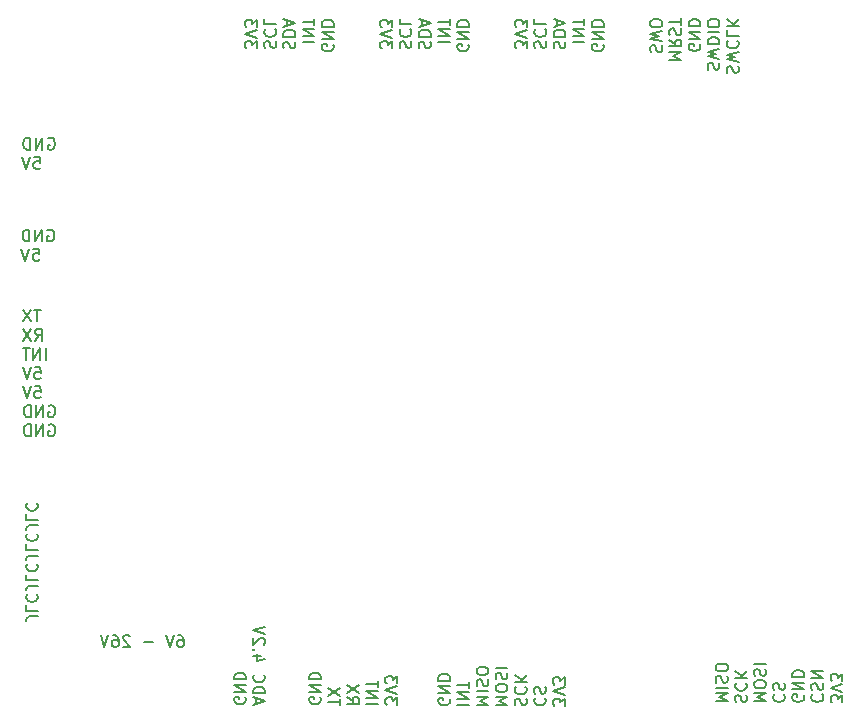
<source format=gbr>
%TF.GenerationSoftware,KiCad,Pcbnew,7.0.1*%
%TF.CreationDate,2023-07-10T14:28:26-04:00*%
%TF.ProjectId,FlightComputer,466c6967-6874-4436-9f6d-70757465722e,rev?*%
%TF.SameCoordinates,Original*%
%TF.FileFunction,Legend,Bot*%
%TF.FilePolarity,Positive*%
%FSLAX46Y46*%
G04 Gerber Fmt 4.6, Leading zero omitted, Abs format (unit mm)*
G04 Created by KiCad (PCBNEW 7.0.1) date 2023-07-10 14:28:26*
%MOMM*%
%LPD*%
G01*
G04 APERTURE LIST*
%ADD10C,0.150000*%
G04 APERTURE END LIST*
D10*
X77504761Y-61465714D02*
X77552380Y-61560952D01*
X77552380Y-61560952D02*
X77552380Y-61703809D01*
X77552380Y-61703809D02*
X77504761Y-61846666D01*
X77504761Y-61846666D02*
X77409523Y-61941904D01*
X77409523Y-61941904D02*
X77314285Y-61989523D01*
X77314285Y-61989523D02*
X77123809Y-62037142D01*
X77123809Y-62037142D02*
X76980952Y-62037142D01*
X76980952Y-62037142D02*
X76790476Y-61989523D01*
X76790476Y-61989523D02*
X76695238Y-61941904D01*
X76695238Y-61941904D02*
X76600000Y-61846666D01*
X76600000Y-61846666D02*
X76552380Y-61703809D01*
X76552380Y-61703809D02*
X76552380Y-61608571D01*
X76552380Y-61608571D02*
X76600000Y-61465714D01*
X76600000Y-61465714D02*
X76647619Y-61418095D01*
X76647619Y-61418095D02*
X76980952Y-61418095D01*
X76980952Y-61418095D02*
X76980952Y-61608571D01*
X76552380Y-60989523D02*
X77552380Y-60989523D01*
X77552380Y-60989523D02*
X76552380Y-60418095D01*
X76552380Y-60418095D02*
X77552380Y-60418095D01*
X76552380Y-59941904D02*
X77552380Y-59941904D01*
X77552380Y-59941904D02*
X77552380Y-59703809D01*
X77552380Y-59703809D02*
X77504761Y-59560952D01*
X77504761Y-59560952D02*
X77409523Y-59465714D01*
X77409523Y-59465714D02*
X77314285Y-59418095D01*
X77314285Y-59418095D02*
X77123809Y-59370476D01*
X77123809Y-59370476D02*
X76980952Y-59370476D01*
X76980952Y-59370476D02*
X76790476Y-59418095D01*
X76790476Y-59418095D02*
X76695238Y-59465714D01*
X76695238Y-59465714D02*
X76600000Y-59560952D01*
X76600000Y-59560952D02*
X76552380Y-59703809D01*
X76552380Y-59703809D02*
X76552380Y-59941904D01*
X74932380Y-61227618D02*
X75932380Y-61227618D01*
X74932380Y-60751428D02*
X75932380Y-60751428D01*
X75932380Y-60751428D02*
X74932380Y-60180000D01*
X74932380Y-60180000D02*
X75932380Y-60180000D01*
X75932380Y-59846666D02*
X75932380Y-59275238D01*
X74932380Y-59560952D02*
X75932380Y-59560952D01*
X73360000Y-61799047D02*
X73312380Y-61656190D01*
X73312380Y-61656190D02*
X73312380Y-61418095D01*
X73312380Y-61418095D02*
X73360000Y-61322857D01*
X73360000Y-61322857D02*
X73407619Y-61275238D01*
X73407619Y-61275238D02*
X73502857Y-61227619D01*
X73502857Y-61227619D02*
X73598095Y-61227619D01*
X73598095Y-61227619D02*
X73693333Y-61275238D01*
X73693333Y-61275238D02*
X73740952Y-61322857D01*
X73740952Y-61322857D02*
X73788571Y-61418095D01*
X73788571Y-61418095D02*
X73836190Y-61608571D01*
X73836190Y-61608571D02*
X73883809Y-61703809D01*
X73883809Y-61703809D02*
X73931428Y-61751428D01*
X73931428Y-61751428D02*
X74026666Y-61799047D01*
X74026666Y-61799047D02*
X74121904Y-61799047D01*
X74121904Y-61799047D02*
X74217142Y-61751428D01*
X74217142Y-61751428D02*
X74264761Y-61703809D01*
X74264761Y-61703809D02*
X74312380Y-61608571D01*
X74312380Y-61608571D02*
X74312380Y-61370476D01*
X74312380Y-61370476D02*
X74264761Y-61227619D01*
X73312380Y-60799047D02*
X74312380Y-60799047D01*
X74312380Y-60799047D02*
X74312380Y-60560952D01*
X74312380Y-60560952D02*
X74264761Y-60418095D01*
X74264761Y-60418095D02*
X74169523Y-60322857D01*
X74169523Y-60322857D02*
X74074285Y-60275238D01*
X74074285Y-60275238D02*
X73883809Y-60227619D01*
X73883809Y-60227619D02*
X73740952Y-60227619D01*
X73740952Y-60227619D02*
X73550476Y-60275238D01*
X73550476Y-60275238D02*
X73455238Y-60322857D01*
X73455238Y-60322857D02*
X73360000Y-60418095D01*
X73360000Y-60418095D02*
X73312380Y-60560952D01*
X73312380Y-60560952D02*
X73312380Y-60799047D01*
X73598095Y-59846666D02*
X73598095Y-59370476D01*
X73312380Y-59941904D02*
X74312380Y-59608571D01*
X74312380Y-59608571D02*
X73312380Y-59275238D01*
X71740000Y-61751428D02*
X71692380Y-61608571D01*
X71692380Y-61608571D02*
X71692380Y-61370476D01*
X71692380Y-61370476D02*
X71740000Y-61275238D01*
X71740000Y-61275238D02*
X71787619Y-61227619D01*
X71787619Y-61227619D02*
X71882857Y-61180000D01*
X71882857Y-61180000D02*
X71978095Y-61180000D01*
X71978095Y-61180000D02*
X72073333Y-61227619D01*
X72073333Y-61227619D02*
X72120952Y-61275238D01*
X72120952Y-61275238D02*
X72168571Y-61370476D01*
X72168571Y-61370476D02*
X72216190Y-61560952D01*
X72216190Y-61560952D02*
X72263809Y-61656190D01*
X72263809Y-61656190D02*
X72311428Y-61703809D01*
X72311428Y-61703809D02*
X72406666Y-61751428D01*
X72406666Y-61751428D02*
X72501904Y-61751428D01*
X72501904Y-61751428D02*
X72597142Y-61703809D01*
X72597142Y-61703809D02*
X72644761Y-61656190D01*
X72644761Y-61656190D02*
X72692380Y-61560952D01*
X72692380Y-61560952D02*
X72692380Y-61322857D01*
X72692380Y-61322857D02*
X72644761Y-61180000D01*
X71787619Y-60180000D02*
X71740000Y-60227619D01*
X71740000Y-60227619D02*
X71692380Y-60370476D01*
X71692380Y-60370476D02*
X71692380Y-60465714D01*
X71692380Y-60465714D02*
X71740000Y-60608571D01*
X71740000Y-60608571D02*
X71835238Y-60703809D01*
X71835238Y-60703809D02*
X71930476Y-60751428D01*
X71930476Y-60751428D02*
X72120952Y-60799047D01*
X72120952Y-60799047D02*
X72263809Y-60799047D01*
X72263809Y-60799047D02*
X72454285Y-60751428D01*
X72454285Y-60751428D02*
X72549523Y-60703809D01*
X72549523Y-60703809D02*
X72644761Y-60608571D01*
X72644761Y-60608571D02*
X72692380Y-60465714D01*
X72692380Y-60465714D02*
X72692380Y-60370476D01*
X72692380Y-60370476D02*
X72644761Y-60227619D01*
X72644761Y-60227619D02*
X72597142Y-60180000D01*
X71692380Y-59275238D02*
X71692380Y-59751428D01*
X71692380Y-59751428D02*
X72692380Y-59751428D01*
X71072380Y-61799047D02*
X71072380Y-61180000D01*
X71072380Y-61180000D02*
X70691428Y-61513333D01*
X70691428Y-61513333D02*
X70691428Y-61370476D01*
X70691428Y-61370476D02*
X70643809Y-61275238D01*
X70643809Y-61275238D02*
X70596190Y-61227619D01*
X70596190Y-61227619D02*
X70500952Y-61180000D01*
X70500952Y-61180000D02*
X70262857Y-61180000D01*
X70262857Y-61180000D02*
X70167619Y-61227619D01*
X70167619Y-61227619D02*
X70120000Y-61275238D01*
X70120000Y-61275238D02*
X70072380Y-61370476D01*
X70072380Y-61370476D02*
X70072380Y-61656190D01*
X70072380Y-61656190D02*
X70120000Y-61751428D01*
X70120000Y-61751428D02*
X70167619Y-61799047D01*
X71072380Y-60894285D02*
X70072380Y-60560952D01*
X70072380Y-60560952D02*
X71072380Y-60227619D01*
X71072380Y-59989523D02*
X71072380Y-59370476D01*
X71072380Y-59370476D02*
X70691428Y-59703809D01*
X70691428Y-59703809D02*
X70691428Y-59560952D01*
X70691428Y-59560952D02*
X70643809Y-59465714D01*
X70643809Y-59465714D02*
X70596190Y-59418095D01*
X70596190Y-59418095D02*
X70500952Y-59370476D01*
X70500952Y-59370476D02*
X70262857Y-59370476D01*
X70262857Y-59370476D02*
X70167619Y-59418095D01*
X70167619Y-59418095D02*
X70120000Y-59465714D01*
X70120000Y-59465714D02*
X70072380Y-59560952D01*
X70072380Y-59560952D02*
X70072380Y-59846666D01*
X70072380Y-59846666D02*
X70120000Y-59941904D01*
X70120000Y-59941904D02*
X70167619Y-59989523D01*
X71028095Y-117309523D02*
X71028095Y-116833333D01*
X70742380Y-117404761D02*
X71742380Y-117071428D01*
X71742380Y-117071428D02*
X70742380Y-116738095D01*
X70742380Y-116404761D02*
X71742380Y-116404761D01*
X71742380Y-116404761D02*
X71742380Y-116166666D01*
X71742380Y-116166666D02*
X71694761Y-116023809D01*
X71694761Y-116023809D02*
X71599523Y-115928571D01*
X71599523Y-115928571D02*
X71504285Y-115880952D01*
X71504285Y-115880952D02*
X71313809Y-115833333D01*
X71313809Y-115833333D02*
X71170952Y-115833333D01*
X71170952Y-115833333D02*
X70980476Y-115880952D01*
X70980476Y-115880952D02*
X70885238Y-115928571D01*
X70885238Y-115928571D02*
X70790000Y-116023809D01*
X70790000Y-116023809D02*
X70742380Y-116166666D01*
X70742380Y-116166666D02*
X70742380Y-116404761D01*
X70837619Y-114833333D02*
X70790000Y-114880952D01*
X70790000Y-114880952D02*
X70742380Y-115023809D01*
X70742380Y-115023809D02*
X70742380Y-115119047D01*
X70742380Y-115119047D02*
X70790000Y-115261904D01*
X70790000Y-115261904D02*
X70885238Y-115357142D01*
X70885238Y-115357142D02*
X70980476Y-115404761D01*
X70980476Y-115404761D02*
X71170952Y-115452380D01*
X71170952Y-115452380D02*
X71313809Y-115452380D01*
X71313809Y-115452380D02*
X71504285Y-115404761D01*
X71504285Y-115404761D02*
X71599523Y-115357142D01*
X71599523Y-115357142D02*
X71694761Y-115261904D01*
X71694761Y-115261904D02*
X71742380Y-115119047D01*
X71742380Y-115119047D02*
X71742380Y-115023809D01*
X71742380Y-115023809D02*
X71694761Y-114880952D01*
X71694761Y-114880952D02*
X71647142Y-114833333D01*
X71409047Y-113214285D02*
X70742380Y-113214285D01*
X71790000Y-113452380D02*
X71075714Y-113690475D01*
X71075714Y-113690475D02*
X71075714Y-113071428D01*
X70837619Y-112690475D02*
X70790000Y-112642856D01*
X70790000Y-112642856D02*
X70742380Y-112690475D01*
X70742380Y-112690475D02*
X70790000Y-112738094D01*
X70790000Y-112738094D02*
X70837619Y-112690475D01*
X70837619Y-112690475D02*
X70742380Y-112690475D01*
X71647142Y-112261904D02*
X71694761Y-112214285D01*
X71694761Y-112214285D02*
X71742380Y-112119047D01*
X71742380Y-112119047D02*
X71742380Y-111880952D01*
X71742380Y-111880952D02*
X71694761Y-111785714D01*
X71694761Y-111785714D02*
X71647142Y-111738095D01*
X71647142Y-111738095D02*
X71551904Y-111690476D01*
X71551904Y-111690476D02*
X71456666Y-111690476D01*
X71456666Y-111690476D02*
X71313809Y-111738095D01*
X71313809Y-111738095D02*
X70742380Y-112309523D01*
X70742380Y-112309523D02*
X70742380Y-111690476D01*
X71742380Y-111404761D02*
X70742380Y-111071428D01*
X70742380Y-111071428D02*
X71742380Y-110738095D01*
X70074761Y-116738095D02*
X70122380Y-116833333D01*
X70122380Y-116833333D02*
X70122380Y-116976190D01*
X70122380Y-116976190D02*
X70074761Y-117119047D01*
X70074761Y-117119047D02*
X69979523Y-117214285D01*
X69979523Y-117214285D02*
X69884285Y-117261904D01*
X69884285Y-117261904D02*
X69693809Y-117309523D01*
X69693809Y-117309523D02*
X69550952Y-117309523D01*
X69550952Y-117309523D02*
X69360476Y-117261904D01*
X69360476Y-117261904D02*
X69265238Y-117214285D01*
X69265238Y-117214285D02*
X69170000Y-117119047D01*
X69170000Y-117119047D02*
X69122380Y-116976190D01*
X69122380Y-116976190D02*
X69122380Y-116880952D01*
X69122380Y-116880952D02*
X69170000Y-116738095D01*
X69170000Y-116738095D02*
X69217619Y-116690476D01*
X69217619Y-116690476D02*
X69550952Y-116690476D01*
X69550952Y-116690476D02*
X69550952Y-116880952D01*
X69122380Y-116261904D02*
X70122380Y-116261904D01*
X70122380Y-116261904D02*
X69122380Y-115690476D01*
X69122380Y-115690476D02*
X70122380Y-115690476D01*
X69122380Y-115214285D02*
X70122380Y-115214285D01*
X70122380Y-115214285D02*
X70122380Y-114976190D01*
X70122380Y-114976190D02*
X70074761Y-114833333D01*
X70074761Y-114833333D02*
X69979523Y-114738095D01*
X69979523Y-114738095D02*
X69884285Y-114690476D01*
X69884285Y-114690476D02*
X69693809Y-114642857D01*
X69693809Y-114642857D02*
X69550952Y-114642857D01*
X69550952Y-114642857D02*
X69360476Y-114690476D01*
X69360476Y-114690476D02*
X69265238Y-114738095D01*
X69265238Y-114738095D02*
X69170000Y-114833333D01*
X69170000Y-114833333D02*
X69122380Y-114976190D01*
X69122380Y-114976190D02*
X69122380Y-115214285D01*
X110900000Y-63864285D02*
X110852380Y-63721428D01*
X110852380Y-63721428D02*
X110852380Y-63483333D01*
X110852380Y-63483333D02*
X110900000Y-63388095D01*
X110900000Y-63388095D02*
X110947619Y-63340476D01*
X110947619Y-63340476D02*
X111042857Y-63292857D01*
X111042857Y-63292857D02*
X111138095Y-63292857D01*
X111138095Y-63292857D02*
X111233333Y-63340476D01*
X111233333Y-63340476D02*
X111280952Y-63388095D01*
X111280952Y-63388095D02*
X111328571Y-63483333D01*
X111328571Y-63483333D02*
X111376190Y-63673809D01*
X111376190Y-63673809D02*
X111423809Y-63769047D01*
X111423809Y-63769047D02*
X111471428Y-63816666D01*
X111471428Y-63816666D02*
X111566666Y-63864285D01*
X111566666Y-63864285D02*
X111661904Y-63864285D01*
X111661904Y-63864285D02*
X111757142Y-63816666D01*
X111757142Y-63816666D02*
X111804761Y-63769047D01*
X111804761Y-63769047D02*
X111852380Y-63673809D01*
X111852380Y-63673809D02*
X111852380Y-63435714D01*
X111852380Y-63435714D02*
X111804761Y-63292857D01*
X111852380Y-62959523D02*
X110852380Y-62721428D01*
X110852380Y-62721428D02*
X111566666Y-62530952D01*
X111566666Y-62530952D02*
X110852380Y-62340476D01*
X110852380Y-62340476D02*
X111852380Y-62102381D01*
X110947619Y-61150000D02*
X110900000Y-61197619D01*
X110900000Y-61197619D02*
X110852380Y-61340476D01*
X110852380Y-61340476D02*
X110852380Y-61435714D01*
X110852380Y-61435714D02*
X110900000Y-61578571D01*
X110900000Y-61578571D02*
X110995238Y-61673809D01*
X110995238Y-61673809D02*
X111090476Y-61721428D01*
X111090476Y-61721428D02*
X111280952Y-61769047D01*
X111280952Y-61769047D02*
X111423809Y-61769047D01*
X111423809Y-61769047D02*
X111614285Y-61721428D01*
X111614285Y-61721428D02*
X111709523Y-61673809D01*
X111709523Y-61673809D02*
X111804761Y-61578571D01*
X111804761Y-61578571D02*
X111852380Y-61435714D01*
X111852380Y-61435714D02*
X111852380Y-61340476D01*
X111852380Y-61340476D02*
X111804761Y-61197619D01*
X111804761Y-61197619D02*
X111757142Y-61150000D01*
X110852380Y-60245238D02*
X110852380Y-60721428D01*
X110852380Y-60721428D02*
X111852380Y-60721428D01*
X110852380Y-59911904D02*
X111852380Y-59911904D01*
X110852380Y-59340476D02*
X111423809Y-59769047D01*
X111852380Y-59340476D02*
X111280952Y-59911904D01*
X109280000Y-63578570D02*
X109232380Y-63435713D01*
X109232380Y-63435713D02*
X109232380Y-63197618D01*
X109232380Y-63197618D02*
X109280000Y-63102380D01*
X109280000Y-63102380D02*
X109327619Y-63054761D01*
X109327619Y-63054761D02*
X109422857Y-63007142D01*
X109422857Y-63007142D02*
X109518095Y-63007142D01*
X109518095Y-63007142D02*
X109613333Y-63054761D01*
X109613333Y-63054761D02*
X109660952Y-63102380D01*
X109660952Y-63102380D02*
X109708571Y-63197618D01*
X109708571Y-63197618D02*
X109756190Y-63388094D01*
X109756190Y-63388094D02*
X109803809Y-63483332D01*
X109803809Y-63483332D02*
X109851428Y-63530951D01*
X109851428Y-63530951D02*
X109946666Y-63578570D01*
X109946666Y-63578570D02*
X110041904Y-63578570D01*
X110041904Y-63578570D02*
X110137142Y-63530951D01*
X110137142Y-63530951D02*
X110184761Y-63483332D01*
X110184761Y-63483332D02*
X110232380Y-63388094D01*
X110232380Y-63388094D02*
X110232380Y-63149999D01*
X110232380Y-63149999D02*
X110184761Y-63007142D01*
X110232380Y-62673808D02*
X109232380Y-62435713D01*
X109232380Y-62435713D02*
X109946666Y-62245237D01*
X109946666Y-62245237D02*
X109232380Y-62054761D01*
X109232380Y-62054761D02*
X110232380Y-61816666D01*
X109232380Y-61435713D02*
X110232380Y-61435713D01*
X110232380Y-61435713D02*
X110232380Y-61197618D01*
X110232380Y-61197618D02*
X110184761Y-61054761D01*
X110184761Y-61054761D02*
X110089523Y-60959523D01*
X110089523Y-60959523D02*
X109994285Y-60911904D01*
X109994285Y-60911904D02*
X109803809Y-60864285D01*
X109803809Y-60864285D02*
X109660952Y-60864285D01*
X109660952Y-60864285D02*
X109470476Y-60911904D01*
X109470476Y-60911904D02*
X109375238Y-60959523D01*
X109375238Y-60959523D02*
X109280000Y-61054761D01*
X109280000Y-61054761D02*
X109232380Y-61197618D01*
X109232380Y-61197618D02*
X109232380Y-61435713D01*
X109232380Y-60435713D02*
X110232380Y-60435713D01*
X110232380Y-59769047D02*
X110232380Y-59578571D01*
X110232380Y-59578571D02*
X110184761Y-59483333D01*
X110184761Y-59483333D02*
X110089523Y-59388095D01*
X110089523Y-59388095D02*
X109899047Y-59340476D01*
X109899047Y-59340476D02*
X109565714Y-59340476D01*
X109565714Y-59340476D02*
X109375238Y-59388095D01*
X109375238Y-59388095D02*
X109280000Y-59483333D01*
X109280000Y-59483333D02*
X109232380Y-59578571D01*
X109232380Y-59578571D02*
X109232380Y-59769047D01*
X109232380Y-59769047D02*
X109280000Y-59864285D01*
X109280000Y-59864285D02*
X109375238Y-59959523D01*
X109375238Y-59959523D02*
X109565714Y-60007142D01*
X109565714Y-60007142D02*
X109899047Y-60007142D01*
X109899047Y-60007142D02*
X110089523Y-59959523D01*
X110089523Y-59959523D02*
X110184761Y-59864285D01*
X110184761Y-59864285D02*
X110232380Y-59769047D01*
X108564761Y-61435714D02*
X108612380Y-61530952D01*
X108612380Y-61530952D02*
X108612380Y-61673809D01*
X108612380Y-61673809D02*
X108564761Y-61816666D01*
X108564761Y-61816666D02*
X108469523Y-61911904D01*
X108469523Y-61911904D02*
X108374285Y-61959523D01*
X108374285Y-61959523D02*
X108183809Y-62007142D01*
X108183809Y-62007142D02*
X108040952Y-62007142D01*
X108040952Y-62007142D02*
X107850476Y-61959523D01*
X107850476Y-61959523D02*
X107755238Y-61911904D01*
X107755238Y-61911904D02*
X107660000Y-61816666D01*
X107660000Y-61816666D02*
X107612380Y-61673809D01*
X107612380Y-61673809D02*
X107612380Y-61578571D01*
X107612380Y-61578571D02*
X107660000Y-61435714D01*
X107660000Y-61435714D02*
X107707619Y-61388095D01*
X107707619Y-61388095D02*
X108040952Y-61388095D01*
X108040952Y-61388095D02*
X108040952Y-61578571D01*
X107612380Y-60959523D02*
X108612380Y-60959523D01*
X108612380Y-60959523D02*
X107612380Y-60388095D01*
X107612380Y-60388095D02*
X108612380Y-60388095D01*
X107612380Y-59911904D02*
X108612380Y-59911904D01*
X108612380Y-59911904D02*
X108612380Y-59673809D01*
X108612380Y-59673809D02*
X108564761Y-59530952D01*
X108564761Y-59530952D02*
X108469523Y-59435714D01*
X108469523Y-59435714D02*
X108374285Y-59388095D01*
X108374285Y-59388095D02*
X108183809Y-59340476D01*
X108183809Y-59340476D02*
X108040952Y-59340476D01*
X108040952Y-59340476D02*
X107850476Y-59388095D01*
X107850476Y-59388095D02*
X107755238Y-59435714D01*
X107755238Y-59435714D02*
X107660000Y-59530952D01*
X107660000Y-59530952D02*
X107612380Y-59673809D01*
X107612380Y-59673809D02*
X107612380Y-59911904D01*
X105992380Y-62769047D02*
X106992380Y-62769047D01*
X106992380Y-62769047D02*
X106278095Y-62435714D01*
X106278095Y-62435714D02*
X106992380Y-62102381D01*
X106992380Y-62102381D02*
X105992380Y-62102381D01*
X105992380Y-61054762D02*
X106468571Y-61388095D01*
X105992380Y-61626190D02*
X106992380Y-61626190D01*
X106992380Y-61626190D02*
X106992380Y-61245238D01*
X106992380Y-61245238D02*
X106944761Y-61150000D01*
X106944761Y-61150000D02*
X106897142Y-61102381D01*
X106897142Y-61102381D02*
X106801904Y-61054762D01*
X106801904Y-61054762D02*
X106659047Y-61054762D01*
X106659047Y-61054762D02*
X106563809Y-61102381D01*
X106563809Y-61102381D02*
X106516190Y-61150000D01*
X106516190Y-61150000D02*
X106468571Y-61245238D01*
X106468571Y-61245238D02*
X106468571Y-61626190D01*
X106040000Y-60673809D02*
X105992380Y-60530952D01*
X105992380Y-60530952D02*
X105992380Y-60292857D01*
X105992380Y-60292857D02*
X106040000Y-60197619D01*
X106040000Y-60197619D02*
X106087619Y-60150000D01*
X106087619Y-60150000D02*
X106182857Y-60102381D01*
X106182857Y-60102381D02*
X106278095Y-60102381D01*
X106278095Y-60102381D02*
X106373333Y-60150000D01*
X106373333Y-60150000D02*
X106420952Y-60197619D01*
X106420952Y-60197619D02*
X106468571Y-60292857D01*
X106468571Y-60292857D02*
X106516190Y-60483333D01*
X106516190Y-60483333D02*
X106563809Y-60578571D01*
X106563809Y-60578571D02*
X106611428Y-60626190D01*
X106611428Y-60626190D02*
X106706666Y-60673809D01*
X106706666Y-60673809D02*
X106801904Y-60673809D01*
X106801904Y-60673809D02*
X106897142Y-60626190D01*
X106897142Y-60626190D02*
X106944761Y-60578571D01*
X106944761Y-60578571D02*
X106992380Y-60483333D01*
X106992380Y-60483333D02*
X106992380Y-60245238D01*
X106992380Y-60245238D02*
X106944761Y-60102381D01*
X106992380Y-59816666D02*
X106992380Y-59245238D01*
X105992380Y-59530952D02*
X106992380Y-59530952D01*
X104420000Y-62102380D02*
X104372380Y-61959523D01*
X104372380Y-61959523D02*
X104372380Y-61721428D01*
X104372380Y-61721428D02*
X104420000Y-61626190D01*
X104420000Y-61626190D02*
X104467619Y-61578571D01*
X104467619Y-61578571D02*
X104562857Y-61530952D01*
X104562857Y-61530952D02*
X104658095Y-61530952D01*
X104658095Y-61530952D02*
X104753333Y-61578571D01*
X104753333Y-61578571D02*
X104800952Y-61626190D01*
X104800952Y-61626190D02*
X104848571Y-61721428D01*
X104848571Y-61721428D02*
X104896190Y-61911904D01*
X104896190Y-61911904D02*
X104943809Y-62007142D01*
X104943809Y-62007142D02*
X104991428Y-62054761D01*
X104991428Y-62054761D02*
X105086666Y-62102380D01*
X105086666Y-62102380D02*
X105181904Y-62102380D01*
X105181904Y-62102380D02*
X105277142Y-62054761D01*
X105277142Y-62054761D02*
X105324761Y-62007142D01*
X105324761Y-62007142D02*
X105372380Y-61911904D01*
X105372380Y-61911904D02*
X105372380Y-61673809D01*
X105372380Y-61673809D02*
X105324761Y-61530952D01*
X105372380Y-61197618D02*
X104372380Y-60959523D01*
X104372380Y-60959523D02*
X105086666Y-60769047D01*
X105086666Y-60769047D02*
X104372380Y-60578571D01*
X104372380Y-60578571D02*
X105372380Y-60340476D01*
X105372380Y-59769047D02*
X105372380Y-59578571D01*
X105372380Y-59578571D02*
X105324761Y-59483333D01*
X105324761Y-59483333D02*
X105229523Y-59388095D01*
X105229523Y-59388095D02*
X105039047Y-59340476D01*
X105039047Y-59340476D02*
X104705714Y-59340476D01*
X104705714Y-59340476D02*
X104515238Y-59388095D01*
X104515238Y-59388095D02*
X104420000Y-59483333D01*
X104420000Y-59483333D02*
X104372380Y-59578571D01*
X104372380Y-59578571D02*
X104372380Y-59769047D01*
X104372380Y-59769047D02*
X104420000Y-59864285D01*
X104420000Y-59864285D02*
X104515238Y-59959523D01*
X104515238Y-59959523D02*
X104705714Y-60007142D01*
X104705714Y-60007142D02*
X105039047Y-60007142D01*
X105039047Y-60007142D02*
X105229523Y-59959523D01*
X105229523Y-59959523D02*
X105324761Y-59864285D01*
X105324761Y-59864285D02*
X105372380Y-59769047D01*
X97142380Y-117457142D02*
X97142380Y-116838095D01*
X97142380Y-116838095D02*
X96761428Y-117171428D01*
X96761428Y-117171428D02*
X96761428Y-117028571D01*
X96761428Y-117028571D02*
X96713809Y-116933333D01*
X96713809Y-116933333D02*
X96666190Y-116885714D01*
X96666190Y-116885714D02*
X96570952Y-116838095D01*
X96570952Y-116838095D02*
X96332857Y-116838095D01*
X96332857Y-116838095D02*
X96237619Y-116885714D01*
X96237619Y-116885714D02*
X96190000Y-116933333D01*
X96190000Y-116933333D02*
X96142380Y-117028571D01*
X96142380Y-117028571D02*
X96142380Y-117314285D01*
X96142380Y-117314285D02*
X96190000Y-117409523D01*
X96190000Y-117409523D02*
X96237619Y-117457142D01*
X97142380Y-116552380D02*
X96142380Y-116219047D01*
X96142380Y-116219047D02*
X97142380Y-115885714D01*
X97142380Y-115647618D02*
X97142380Y-115028571D01*
X97142380Y-115028571D02*
X96761428Y-115361904D01*
X96761428Y-115361904D02*
X96761428Y-115219047D01*
X96761428Y-115219047D02*
X96713809Y-115123809D01*
X96713809Y-115123809D02*
X96666190Y-115076190D01*
X96666190Y-115076190D02*
X96570952Y-115028571D01*
X96570952Y-115028571D02*
X96332857Y-115028571D01*
X96332857Y-115028571D02*
X96237619Y-115076190D01*
X96237619Y-115076190D02*
X96190000Y-115123809D01*
X96190000Y-115123809D02*
X96142380Y-115219047D01*
X96142380Y-115219047D02*
X96142380Y-115504761D01*
X96142380Y-115504761D02*
X96190000Y-115599999D01*
X96190000Y-115599999D02*
X96237619Y-115647618D01*
X94617619Y-116790476D02*
X94570000Y-116838095D01*
X94570000Y-116838095D02*
X94522380Y-116980952D01*
X94522380Y-116980952D02*
X94522380Y-117076190D01*
X94522380Y-117076190D02*
X94570000Y-117219047D01*
X94570000Y-117219047D02*
X94665238Y-117314285D01*
X94665238Y-117314285D02*
X94760476Y-117361904D01*
X94760476Y-117361904D02*
X94950952Y-117409523D01*
X94950952Y-117409523D02*
X95093809Y-117409523D01*
X95093809Y-117409523D02*
X95284285Y-117361904D01*
X95284285Y-117361904D02*
X95379523Y-117314285D01*
X95379523Y-117314285D02*
X95474761Y-117219047D01*
X95474761Y-117219047D02*
X95522380Y-117076190D01*
X95522380Y-117076190D02*
X95522380Y-116980952D01*
X95522380Y-116980952D02*
X95474761Y-116838095D01*
X95474761Y-116838095D02*
X95427142Y-116790476D01*
X94570000Y-116409523D02*
X94522380Y-116266666D01*
X94522380Y-116266666D02*
X94522380Y-116028571D01*
X94522380Y-116028571D02*
X94570000Y-115933333D01*
X94570000Y-115933333D02*
X94617619Y-115885714D01*
X94617619Y-115885714D02*
X94712857Y-115838095D01*
X94712857Y-115838095D02*
X94808095Y-115838095D01*
X94808095Y-115838095D02*
X94903333Y-115885714D01*
X94903333Y-115885714D02*
X94950952Y-115933333D01*
X94950952Y-115933333D02*
X94998571Y-116028571D01*
X94998571Y-116028571D02*
X95046190Y-116219047D01*
X95046190Y-116219047D02*
X95093809Y-116314285D01*
X95093809Y-116314285D02*
X95141428Y-116361904D01*
X95141428Y-116361904D02*
X95236666Y-116409523D01*
X95236666Y-116409523D02*
X95331904Y-116409523D01*
X95331904Y-116409523D02*
X95427142Y-116361904D01*
X95427142Y-116361904D02*
X95474761Y-116314285D01*
X95474761Y-116314285D02*
X95522380Y-116219047D01*
X95522380Y-116219047D02*
X95522380Y-115980952D01*
X95522380Y-115980952D02*
X95474761Y-115838095D01*
X92950000Y-117409523D02*
X92902380Y-117266666D01*
X92902380Y-117266666D02*
X92902380Y-117028571D01*
X92902380Y-117028571D02*
X92950000Y-116933333D01*
X92950000Y-116933333D02*
X92997619Y-116885714D01*
X92997619Y-116885714D02*
X93092857Y-116838095D01*
X93092857Y-116838095D02*
X93188095Y-116838095D01*
X93188095Y-116838095D02*
X93283333Y-116885714D01*
X93283333Y-116885714D02*
X93330952Y-116933333D01*
X93330952Y-116933333D02*
X93378571Y-117028571D01*
X93378571Y-117028571D02*
X93426190Y-117219047D01*
X93426190Y-117219047D02*
X93473809Y-117314285D01*
X93473809Y-117314285D02*
X93521428Y-117361904D01*
X93521428Y-117361904D02*
X93616666Y-117409523D01*
X93616666Y-117409523D02*
X93711904Y-117409523D01*
X93711904Y-117409523D02*
X93807142Y-117361904D01*
X93807142Y-117361904D02*
X93854761Y-117314285D01*
X93854761Y-117314285D02*
X93902380Y-117219047D01*
X93902380Y-117219047D02*
X93902380Y-116980952D01*
X93902380Y-116980952D02*
X93854761Y-116838095D01*
X92997619Y-115838095D02*
X92950000Y-115885714D01*
X92950000Y-115885714D02*
X92902380Y-116028571D01*
X92902380Y-116028571D02*
X92902380Y-116123809D01*
X92902380Y-116123809D02*
X92950000Y-116266666D01*
X92950000Y-116266666D02*
X93045238Y-116361904D01*
X93045238Y-116361904D02*
X93140476Y-116409523D01*
X93140476Y-116409523D02*
X93330952Y-116457142D01*
X93330952Y-116457142D02*
X93473809Y-116457142D01*
X93473809Y-116457142D02*
X93664285Y-116409523D01*
X93664285Y-116409523D02*
X93759523Y-116361904D01*
X93759523Y-116361904D02*
X93854761Y-116266666D01*
X93854761Y-116266666D02*
X93902380Y-116123809D01*
X93902380Y-116123809D02*
X93902380Y-116028571D01*
X93902380Y-116028571D02*
X93854761Y-115885714D01*
X93854761Y-115885714D02*
X93807142Y-115838095D01*
X92902380Y-115409523D02*
X93902380Y-115409523D01*
X92902380Y-114838095D02*
X93473809Y-115266666D01*
X93902380Y-114838095D02*
X93330952Y-115409523D01*
X91282380Y-117361904D02*
X92282380Y-117361904D01*
X92282380Y-117361904D02*
X91568095Y-117028571D01*
X91568095Y-117028571D02*
X92282380Y-116695238D01*
X92282380Y-116695238D02*
X91282380Y-116695238D01*
X92282380Y-116028571D02*
X92282380Y-115838095D01*
X92282380Y-115838095D02*
X92234761Y-115742857D01*
X92234761Y-115742857D02*
X92139523Y-115647619D01*
X92139523Y-115647619D02*
X91949047Y-115600000D01*
X91949047Y-115600000D02*
X91615714Y-115600000D01*
X91615714Y-115600000D02*
X91425238Y-115647619D01*
X91425238Y-115647619D02*
X91330000Y-115742857D01*
X91330000Y-115742857D02*
X91282380Y-115838095D01*
X91282380Y-115838095D02*
X91282380Y-116028571D01*
X91282380Y-116028571D02*
X91330000Y-116123809D01*
X91330000Y-116123809D02*
X91425238Y-116219047D01*
X91425238Y-116219047D02*
X91615714Y-116266666D01*
X91615714Y-116266666D02*
X91949047Y-116266666D01*
X91949047Y-116266666D02*
X92139523Y-116219047D01*
X92139523Y-116219047D02*
X92234761Y-116123809D01*
X92234761Y-116123809D02*
X92282380Y-116028571D01*
X91330000Y-115219047D02*
X91282380Y-115076190D01*
X91282380Y-115076190D02*
X91282380Y-114838095D01*
X91282380Y-114838095D02*
X91330000Y-114742857D01*
X91330000Y-114742857D02*
X91377619Y-114695238D01*
X91377619Y-114695238D02*
X91472857Y-114647619D01*
X91472857Y-114647619D02*
X91568095Y-114647619D01*
X91568095Y-114647619D02*
X91663333Y-114695238D01*
X91663333Y-114695238D02*
X91710952Y-114742857D01*
X91710952Y-114742857D02*
X91758571Y-114838095D01*
X91758571Y-114838095D02*
X91806190Y-115028571D01*
X91806190Y-115028571D02*
X91853809Y-115123809D01*
X91853809Y-115123809D02*
X91901428Y-115171428D01*
X91901428Y-115171428D02*
X91996666Y-115219047D01*
X91996666Y-115219047D02*
X92091904Y-115219047D01*
X92091904Y-115219047D02*
X92187142Y-115171428D01*
X92187142Y-115171428D02*
X92234761Y-115123809D01*
X92234761Y-115123809D02*
X92282380Y-115028571D01*
X92282380Y-115028571D02*
X92282380Y-114790476D01*
X92282380Y-114790476D02*
X92234761Y-114647619D01*
X91282380Y-114219047D02*
X92282380Y-114219047D01*
X89662380Y-117361904D02*
X90662380Y-117361904D01*
X90662380Y-117361904D02*
X89948095Y-117028571D01*
X89948095Y-117028571D02*
X90662380Y-116695238D01*
X90662380Y-116695238D02*
X89662380Y-116695238D01*
X89662380Y-116219047D02*
X90662380Y-116219047D01*
X89710000Y-115790476D02*
X89662380Y-115647619D01*
X89662380Y-115647619D02*
X89662380Y-115409524D01*
X89662380Y-115409524D02*
X89710000Y-115314286D01*
X89710000Y-115314286D02*
X89757619Y-115266667D01*
X89757619Y-115266667D02*
X89852857Y-115219048D01*
X89852857Y-115219048D02*
X89948095Y-115219048D01*
X89948095Y-115219048D02*
X90043333Y-115266667D01*
X90043333Y-115266667D02*
X90090952Y-115314286D01*
X90090952Y-115314286D02*
X90138571Y-115409524D01*
X90138571Y-115409524D02*
X90186190Y-115600000D01*
X90186190Y-115600000D02*
X90233809Y-115695238D01*
X90233809Y-115695238D02*
X90281428Y-115742857D01*
X90281428Y-115742857D02*
X90376666Y-115790476D01*
X90376666Y-115790476D02*
X90471904Y-115790476D01*
X90471904Y-115790476D02*
X90567142Y-115742857D01*
X90567142Y-115742857D02*
X90614761Y-115695238D01*
X90614761Y-115695238D02*
X90662380Y-115600000D01*
X90662380Y-115600000D02*
X90662380Y-115361905D01*
X90662380Y-115361905D02*
X90614761Y-115219048D01*
X90662380Y-114600000D02*
X90662380Y-114409524D01*
X90662380Y-114409524D02*
X90614761Y-114314286D01*
X90614761Y-114314286D02*
X90519523Y-114219048D01*
X90519523Y-114219048D02*
X90329047Y-114171429D01*
X90329047Y-114171429D02*
X89995714Y-114171429D01*
X89995714Y-114171429D02*
X89805238Y-114219048D01*
X89805238Y-114219048D02*
X89710000Y-114314286D01*
X89710000Y-114314286D02*
X89662380Y-114409524D01*
X89662380Y-114409524D02*
X89662380Y-114600000D01*
X89662380Y-114600000D02*
X89710000Y-114695238D01*
X89710000Y-114695238D02*
X89805238Y-114790476D01*
X89805238Y-114790476D02*
X89995714Y-114838095D01*
X89995714Y-114838095D02*
X90329047Y-114838095D01*
X90329047Y-114838095D02*
X90519523Y-114790476D01*
X90519523Y-114790476D02*
X90614761Y-114695238D01*
X90614761Y-114695238D02*
X90662380Y-114600000D01*
X88042380Y-117361904D02*
X89042380Y-117361904D01*
X88042380Y-116885714D02*
X89042380Y-116885714D01*
X89042380Y-116885714D02*
X88042380Y-116314286D01*
X88042380Y-116314286D02*
X89042380Y-116314286D01*
X89042380Y-115980952D02*
X89042380Y-115409524D01*
X88042380Y-115695238D02*
X89042380Y-115695238D01*
X87374761Y-116838095D02*
X87422380Y-116933333D01*
X87422380Y-116933333D02*
X87422380Y-117076190D01*
X87422380Y-117076190D02*
X87374761Y-117219047D01*
X87374761Y-117219047D02*
X87279523Y-117314285D01*
X87279523Y-117314285D02*
X87184285Y-117361904D01*
X87184285Y-117361904D02*
X86993809Y-117409523D01*
X86993809Y-117409523D02*
X86850952Y-117409523D01*
X86850952Y-117409523D02*
X86660476Y-117361904D01*
X86660476Y-117361904D02*
X86565238Y-117314285D01*
X86565238Y-117314285D02*
X86470000Y-117219047D01*
X86470000Y-117219047D02*
X86422380Y-117076190D01*
X86422380Y-117076190D02*
X86422380Y-116980952D01*
X86422380Y-116980952D02*
X86470000Y-116838095D01*
X86470000Y-116838095D02*
X86517619Y-116790476D01*
X86517619Y-116790476D02*
X86850952Y-116790476D01*
X86850952Y-116790476D02*
X86850952Y-116980952D01*
X86422380Y-116361904D02*
X87422380Y-116361904D01*
X87422380Y-116361904D02*
X86422380Y-115790476D01*
X86422380Y-115790476D02*
X87422380Y-115790476D01*
X86422380Y-115314285D02*
X87422380Y-115314285D01*
X87422380Y-115314285D02*
X87422380Y-115076190D01*
X87422380Y-115076190D02*
X87374761Y-114933333D01*
X87374761Y-114933333D02*
X87279523Y-114838095D01*
X87279523Y-114838095D02*
X87184285Y-114790476D01*
X87184285Y-114790476D02*
X86993809Y-114742857D01*
X86993809Y-114742857D02*
X86850952Y-114742857D01*
X86850952Y-114742857D02*
X86660476Y-114790476D01*
X86660476Y-114790476D02*
X86565238Y-114838095D01*
X86565238Y-114838095D02*
X86470000Y-114933333D01*
X86470000Y-114933333D02*
X86422380Y-115076190D01*
X86422380Y-115076190D02*
X86422380Y-115314285D01*
X82952380Y-117357142D02*
X82952380Y-116738095D01*
X82952380Y-116738095D02*
X82571428Y-117071428D01*
X82571428Y-117071428D02*
X82571428Y-116928571D01*
X82571428Y-116928571D02*
X82523809Y-116833333D01*
X82523809Y-116833333D02*
X82476190Y-116785714D01*
X82476190Y-116785714D02*
X82380952Y-116738095D01*
X82380952Y-116738095D02*
X82142857Y-116738095D01*
X82142857Y-116738095D02*
X82047619Y-116785714D01*
X82047619Y-116785714D02*
X82000000Y-116833333D01*
X82000000Y-116833333D02*
X81952380Y-116928571D01*
X81952380Y-116928571D02*
X81952380Y-117214285D01*
X81952380Y-117214285D02*
X82000000Y-117309523D01*
X82000000Y-117309523D02*
X82047619Y-117357142D01*
X82952380Y-116452380D02*
X81952380Y-116119047D01*
X81952380Y-116119047D02*
X82952380Y-115785714D01*
X82952380Y-115547618D02*
X82952380Y-114928571D01*
X82952380Y-114928571D02*
X82571428Y-115261904D01*
X82571428Y-115261904D02*
X82571428Y-115119047D01*
X82571428Y-115119047D02*
X82523809Y-115023809D01*
X82523809Y-115023809D02*
X82476190Y-114976190D01*
X82476190Y-114976190D02*
X82380952Y-114928571D01*
X82380952Y-114928571D02*
X82142857Y-114928571D01*
X82142857Y-114928571D02*
X82047619Y-114976190D01*
X82047619Y-114976190D02*
X82000000Y-115023809D01*
X82000000Y-115023809D02*
X81952380Y-115119047D01*
X81952380Y-115119047D02*
X81952380Y-115404761D01*
X81952380Y-115404761D02*
X82000000Y-115499999D01*
X82000000Y-115499999D02*
X82047619Y-115547618D01*
X80332380Y-117261904D02*
X81332380Y-117261904D01*
X80332380Y-116785714D02*
X81332380Y-116785714D01*
X81332380Y-116785714D02*
X80332380Y-116214286D01*
X80332380Y-116214286D02*
X81332380Y-116214286D01*
X81332380Y-115880952D02*
X81332380Y-115309524D01*
X80332380Y-115595238D02*
X81332380Y-115595238D01*
X78712380Y-116690476D02*
X79188571Y-117023809D01*
X78712380Y-117261904D02*
X79712380Y-117261904D01*
X79712380Y-117261904D02*
X79712380Y-116880952D01*
X79712380Y-116880952D02*
X79664761Y-116785714D01*
X79664761Y-116785714D02*
X79617142Y-116738095D01*
X79617142Y-116738095D02*
X79521904Y-116690476D01*
X79521904Y-116690476D02*
X79379047Y-116690476D01*
X79379047Y-116690476D02*
X79283809Y-116738095D01*
X79283809Y-116738095D02*
X79236190Y-116785714D01*
X79236190Y-116785714D02*
X79188571Y-116880952D01*
X79188571Y-116880952D02*
X79188571Y-117261904D01*
X79712380Y-116357142D02*
X78712380Y-115690476D01*
X79712380Y-115690476D02*
X78712380Y-116357142D01*
X78092380Y-117404761D02*
X78092380Y-116833333D01*
X77092380Y-117119047D02*
X78092380Y-117119047D01*
X78092380Y-116595237D02*
X77092380Y-115928571D01*
X78092380Y-115928571D02*
X77092380Y-116595237D01*
X76424761Y-116738095D02*
X76472380Y-116833333D01*
X76472380Y-116833333D02*
X76472380Y-116976190D01*
X76472380Y-116976190D02*
X76424761Y-117119047D01*
X76424761Y-117119047D02*
X76329523Y-117214285D01*
X76329523Y-117214285D02*
X76234285Y-117261904D01*
X76234285Y-117261904D02*
X76043809Y-117309523D01*
X76043809Y-117309523D02*
X75900952Y-117309523D01*
X75900952Y-117309523D02*
X75710476Y-117261904D01*
X75710476Y-117261904D02*
X75615238Y-117214285D01*
X75615238Y-117214285D02*
X75520000Y-117119047D01*
X75520000Y-117119047D02*
X75472380Y-116976190D01*
X75472380Y-116976190D02*
X75472380Y-116880952D01*
X75472380Y-116880952D02*
X75520000Y-116738095D01*
X75520000Y-116738095D02*
X75567619Y-116690476D01*
X75567619Y-116690476D02*
X75900952Y-116690476D01*
X75900952Y-116690476D02*
X75900952Y-116880952D01*
X75472380Y-116261904D02*
X76472380Y-116261904D01*
X76472380Y-116261904D02*
X75472380Y-115690476D01*
X75472380Y-115690476D02*
X76472380Y-115690476D01*
X75472380Y-115214285D02*
X76472380Y-115214285D01*
X76472380Y-115214285D02*
X76472380Y-114976190D01*
X76472380Y-114976190D02*
X76424761Y-114833333D01*
X76424761Y-114833333D02*
X76329523Y-114738095D01*
X76329523Y-114738095D02*
X76234285Y-114690476D01*
X76234285Y-114690476D02*
X76043809Y-114642857D01*
X76043809Y-114642857D02*
X75900952Y-114642857D01*
X75900952Y-114642857D02*
X75710476Y-114690476D01*
X75710476Y-114690476D02*
X75615238Y-114738095D01*
X75615238Y-114738095D02*
X75520000Y-114833333D01*
X75520000Y-114833333D02*
X75472380Y-114976190D01*
X75472380Y-114976190D02*
X75472380Y-115214285D01*
X52537380Y-109869048D02*
X51823095Y-109869048D01*
X51823095Y-109869048D02*
X51680238Y-109916667D01*
X51680238Y-109916667D02*
X51585000Y-110011905D01*
X51585000Y-110011905D02*
X51537380Y-110154762D01*
X51537380Y-110154762D02*
X51537380Y-110250000D01*
X51537380Y-108916667D02*
X51537380Y-109392857D01*
X51537380Y-109392857D02*
X52537380Y-109392857D01*
X51632619Y-108011905D02*
X51585000Y-108059524D01*
X51585000Y-108059524D02*
X51537380Y-108202381D01*
X51537380Y-108202381D02*
X51537380Y-108297619D01*
X51537380Y-108297619D02*
X51585000Y-108440476D01*
X51585000Y-108440476D02*
X51680238Y-108535714D01*
X51680238Y-108535714D02*
X51775476Y-108583333D01*
X51775476Y-108583333D02*
X51965952Y-108630952D01*
X51965952Y-108630952D02*
X52108809Y-108630952D01*
X52108809Y-108630952D02*
X52299285Y-108583333D01*
X52299285Y-108583333D02*
X52394523Y-108535714D01*
X52394523Y-108535714D02*
X52489761Y-108440476D01*
X52489761Y-108440476D02*
X52537380Y-108297619D01*
X52537380Y-108297619D02*
X52537380Y-108202381D01*
X52537380Y-108202381D02*
X52489761Y-108059524D01*
X52489761Y-108059524D02*
X52442142Y-108011905D01*
X52537380Y-107297619D02*
X51823095Y-107297619D01*
X51823095Y-107297619D02*
X51680238Y-107345238D01*
X51680238Y-107345238D02*
X51585000Y-107440476D01*
X51585000Y-107440476D02*
X51537380Y-107583333D01*
X51537380Y-107583333D02*
X51537380Y-107678571D01*
X51537380Y-106345238D02*
X51537380Y-106821428D01*
X51537380Y-106821428D02*
X52537380Y-106821428D01*
X51632619Y-105440476D02*
X51585000Y-105488095D01*
X51585000Y-105488095D02*
X51537380Y-105630952D01*
X51537380Y-105630952D02*
X51537380Y-105726190D01*
X51537380Y-105726190D02*
X51585000Y-105869047D01*
X51585000Y-105869047D02*
X51680238Y-105964285D01*
X51680238Y-105964285D02*
X51775476Y-106011904D01*
X51775476Y-106011904D02*
X51965952Y-106059523D01*
X51965952Y-106059523D02*
X52108809Y-106059523D01*
X52108809Y-106059523D02*
X52299285Y-106011904D01*
X52299285Y-106011904D02*
X52394523Y-105964285D01*
X52394523Y-105964285D02*
X52489761Y-105869047D01*
X52489761Y-105869047D02*
X52537380Y-105726190D01*
X52537380Y-105726190D02*
X52537380Y-105630952D01*
X52537380Y-105630952D02*
X52489761Y-105488095D01*
X52489761Y-105488095D02*
X52442142Y-105440476D01*
X52537380Y-104726190D02*
X51823095Y-104726190D01*
X51823095Y-104726190D02*
X51680238Y-104773809D01*
X51680238Y-104773809D02*
X51585000Y-104869047D01*
X51585000Y-104869047D02*
X51537380Y-105011904D01*
X51537380Y-105011904D02*
X51537380Y-105107142D01*
X51537380Y-103773809D02*
X51537380Y-104249999D01*
X51537380Y-104249999D02*
X52537380Y-104249999D01*
X51632619Y-102869047D02*
X51585000Y-102916666D01*
X51585000Y-102916666D02*
X51537380Y-103059523D01*
X51537380Y-103059523D02*
X51537380Y-103154761D01*
X51537380Y-103154761D02*
X51585000Y-103297618D01*
X51585000Y-103297618D02*
X51680238Y-103392856D01*
X51680238Y-103392856D02*
X51775476Y-103440475D01*
X51775476Y-103440475D02*
X51965952Y-103488094D01*
X51965952Y-103488094D02*
X52108809Y-103488094D01*
X52108809Y-103488094D02*
X52299285Y-103440475D01*
X52299285Y-103440475D02*
X52394523Y-103392856D01*
X52394523Y-103392856D02*
X52489761Y-103297618D01*
X52489761Y-103297618D02*
X52537380Y-103154761D01*
X52537380Y-103154761D02*
X52537380Y-103059523D01*
X52537380Y-103059523D02*
X52489761Y-102916666D01*
X52489761Y-102916666D02*
X52442142Y-102869047D01*
X52537380Y-102154761D02*
X51823095Y-102154761D01*
X51823095Y-102154761D02*
X51680238Y-102202380D01*
X51680238Y-102202380D02*
X51585000Y-102297618D01*
X51585000Y-102297618D02*
X51537380Y-102440475D01*
X51537380Y-102440475D02*
X51537380Y-102535713D01*
X51537380Y-101202380D02*
X51537380Y-101678570D01*
X51537380Y-101678570D02*
X52537380Y-101678570D01*
X51632619Y-100297618D02*
X51585000Y-100345237D01*
X51585000Y-100345237D02*
X51537380Y-100488094D01*
X51537380Y-100488094D02*
X51537380Y-100583332D01*
X51537380Y-100583332D02*
X51585000Y-100726189D01*
X51585000Y-100726189D02*
X51680238Y-100821427D01*
X51680238Y-100821427D02*
X51775476Y-100869046D01*
X51775476Y-100869046D02*
X51965952Y-100916665D01*
X51965952Y-100916665D02*
X52108809Y-100916665D01*
X52108809Y-100916665D02*
X52299285Y-100869046D01*
X52299285Y-100869046D02*
X52394523Y-100821427D01*
X52394523Y-100821427D02*
X52489761Y-100726189D01*
X52489761Y-100726189D02*
X52537380Y-100583332D01*
X52537380Y-100583332D02*
X52537380Y-100488094D01*
X52537380Y-100488094D02*
X52489761Y-100345237D01*
X52489761Y-100345237D02*
X52442142Y-100297618D01*
X88959761Y-61465714D02*
X89007380Y-61560952D01*
X89007380Y-61560952D02*
X89007380Y-61703809D01*
X89007380Y-61703809D02*
X88959761Y-61846666D01*
X88959761Y-61846666D02*
X88864523Y-61941904D01*
X88864523Y-61941904D02*
X88769285Y-61989523D01*
X88769285Y-61989523D02*
X88578809Y-62037142D01*
X88578809Y-62037142D02*
X88435952Y-62037142D01*
X88435952Y-62037142D02*
X88245476Y-61989523D01*
X88245476Y-61989523D02*
X88150238Y-61941904D01*
X88150238Y-61941904D02*
X88055000Y-61846666D01*
X88055000Y-61846666D02*
X88007380Y-61703809D01*
X88007380Y-61703809D02*
X88007380Y-61608571D01*
X88007380Y-61608571D02*
X88055000Y-61465714D01*
X88055000Y-61465714D02*
X88102619Y-61418095D01*
X88102619Y-61418095D02*
X88435952Y-61418095D01*
X88435952Y-61418095D02*
X88435952Y-61608571D01*
X88007380Y-60989523D02*
X89007380Y-60989523D01*
X89007380Y-60989523D02*
X88007380Y-60418095D01*
X88007380Y-60418095D02*
X89007380Y-60418095D01*
X88007380Y-59941904D02*
X89007380Y-59941904D01*
X89007380Y-59941904D02*
X89007380Y-59703809D01*
X89007380Y-59703809D02*
X88959761Y-59560952D01*
X88959761Y-59560952D02*
X88864523Y-59465714D01*
X88864523Y-59465714D02*
X88769285Y-59418095D01*
X88769285Y-59418095D02*
X88578809Y-59370476D01*
X88578809Y-59370476D02*
X88435952Y-59370476D01*
X88435952Y-59370476D02*
X88245476Y-59418095D01*
X88245476Y-59418095D02*
X88150238Y-59465714D01*
X88150238Y-59465714D02*
X88055000Y-59560952D01*
X88055000Y-59560952D02*
X88007380Y-59703809D01*
X88007380Y-59703809D02*
X88007380Y-59941904D01*
X86387380Y-61227618D02*
X87387380Y-61227618D01*
X86387380Y-60751428D02*
X87387380Y-60751428D01*
X87387380Y-60751428D02*
X86387380Y-60180000D01*
X86387380Y-60180000D02*
X87387380Y-60180000D01*
X87387380Y-59846666D02*
X87387380Y-59275238D01*
X86387380Y-59560952D02*
X87387380Y-59560952D01*
X84815000Y-61799047D02*
X84767380Y-61656190D01*
X84767380Y-61656190D02*
X84767380Y-61418095D01*
X84767380Y-61418095D02*
X84815000Y-61322857D01*
X84815000Y-61322857D02*
X84862619Y-61275238D01*
X84862619Y-61275238D02*
X84957857Y-61227619D01*
X84957857Y-61227619D02*
X85053095Y-61227619D01*
X85053095Y-61227619D02*
X85148333Y-61275238D01*
X85148333Y-61275238D02*
X85195952Y-61322857D01*
X85195952Y-61322857D02*
X85243571Y-61418095D01*
X85243571Y-61418095D02*
X85291190Y-61608571D01*
X85291190Y-61608571D02*
X85338809Y-61703809D01*
X85338809Y-61703809D02*
X85386428Y-61751428D01*
X85386428Y-61751428D02*
X85481666Y-61799047D01*
X85481666Y-61799047D02*
X85576904Y-61799047D01*
X85576904Y-61799047D02*
X85672142Y-61751428D01*
X85672142Y-61751428D02*
X85719761Y-61703809D01*
X85719761Y-61703809D02*
X85767380Y-61608571D01*
X85767380Y-61608571D02*
X85767380Y-61370476D01*
X85767380Y-61370476D02*
X85719761Y-61227619D01*
X84767380Y-60799047D02*
X85767380Y-60799047D01*
X85767380Y-60799047D02*
X85767380Y-60560952D01*
X85767380Y-60560952D02*
X85719761Y-60418095D01*
X85719761Y-60418095D02*
X85624523Y-60322857D01*
X85624523Y-60322857D02*
X85529285Y-60275238D01*
X85529285Y-60275238D02*
X85338809Y-60227619D01*
X85338809Y-60227619D02*
X85195952Y-60227619D01*
X85195952Y-60227619D02*
X85005476Y-60275238D01*
X85005476Y-60275238D02*
X84910238Y-60322857D01*
X84910238Y-60322857D02*
X84815000Y-60418095D01*
X84815000Y-60418095D02*
X84767380Y-60560952D01*
X84767380Y-60560952D02*
X84767380Y-60799047D01*
X85053095Y-59846666D02*
X85053095Y-59370476D01*
X84767380Y-59941904D02*
X85767380Y-59608571D01*
X85767380Y-59608571D02*
X84767380Y-59275238D01*
X83195000Y-61751428D02*
X83147380Y-61608571D01*
X83147380Y-61608571D02*
X83147380Y-61370476D01*
X83147380Y-61370476D02*
X83195000Y-61275238D01*
X83195000Y-61275238D02*
X83242619Y-61227619D01*
X83242619Y-61227619D02*
X83337857Y-61180000D01*
X83337857Y-61180000D02*
X83433095Y-61180000D01*
X83433095Y-61180000D02*
X83528333Y-61227619D01*
X83528333Y-61227619D02*
X83575952Y-61275238D01*
X83575952Y-61275238D02*
X83623571Y-61370476D01*
X83623571Y-61370476D02*
X83671190Y-61560952D01*
X83671190Y-61560952D02*
X83718809Y-61656190D01*
X83718809Y-61656190D02*
X83766428Y-61703809D01*
X83766428Y-61703809D02*
X83861666Y-61751428D01*
X83861666Y-61751428D02*
X83956904Y-61751428D01*
X83956904Y-61751428D02*
X84052142Y-61703809D01*
X84052142Y-61703809D02*
X84099761Y-61656190D01*
X84099761Y-61656190D02*
X84147380Y-61560952D01*
X84147380Y-61560952D02*
X84147380Y-61322857D01*
X84147380Y-61322857D02*
X84099761Y-61180000D01*
X83242619Y-60180000D02*
X83195000Y-60227619D01*
X83195000Y-60227619D02*
X83147380Y-60370476D01*
X83147380Y-60370476D02*
X83147380Y-60465714D01*
X83147380Y-60465714D02*
X83195000Y-60608571D01*
X83195000Y-60608571D02*
X83290238Y-60703809D01*
X83290238Y-60703809D02*
X83385476Y-60751428D01*
X83385476Y-60751428D02*
X83575952Y-60799047D01*
X83575952Y-60799047D02*
X83718809Y-60799047D01*
X83718809Y-60799047D02*
X83909285Y-60751428D01*
X83909285Y-60751428D02*
X84004523Y-60703809D01*
X84004523Y-60703809D02*
X84099761Y-60608571D01*
X84099761Y-60608571D02*
X84147380Y-60465714D01*
X84147380Y-60465714D02*
X84147380Y-60370476D01*
X84147380Y-60370476D02*
X84099761Y-60227619D01*
X84099761Y-60227619D02*
X84052142Y-60180000D01*
X83147380Y-59275238D02*
X83147380Y-59751428D01*
X83147380Y-59751428D02*
X84147380Y-59751428D01*
X82527380Y-61799047D02*
X82527380Y-61180000D01*
X82527380Y-61180000D02*
X82146428Y-61513333D01*
X82146428Y-61513333D02*
X82146428Y-61370476D01*
X82146428Y-61370476D02*
X82098809Y-61275238D01*
X82098809Y-61275238D02*
X82051190Y-61227619D01*
X82051190Y-61227619D02*
X81955952Y-61180000D01*
X81955952Y-61180000D02*
X81717857Y-61180000D01*
X81717857Y-61180000D02*
X81622619Y-61227619D01*
X81622619Y-61227619D02*
X81575000Y-61275238D01*
X81575000Y-61275238D02*
X81527380Y-61370476D01*
X81527380Y-61370476D02*
X81527380Y-61656190D01*
X81527380Y-61656190D02*
X81575000Y-61751428D01*
X81575000Y-61751428D02*
X81622619Y-61799047D01*
X82527380Y-60894285D02*
X81527380Y-60560952D01*
X81527380Y-60560952D02*
X82527380Y-60227619D01*
X82527380Y-59989523D02*
X82527380Y-59370476D01*
X82527380Y-59370476D02*
X82146428Y-59703809D01*
X82146428Y-59703809D02*
X82146428Y-59560952D01*
X82146428Y-59560952D02*
X82098809Y-59465714D01*
X82098809Y-59465714D02*
X82051190Y-59418095D01*
X82051190Y-59418095D02*
X81955952Y-59370476D01*
X81955952Y-59370476D02*
X81717857Y-59370476D01*
X81717857Y-59370476D02*
X81622619Y-59418095D01*
X81622619Y-59418095D02*
X81575000Y-59465714D01*
X81575000Y-59465714D02*
X81527380Y-59560952D01*
X81527380Y-59560952D02*
X81527380Y-59846666D01*
X81527380Y-59846666D02*
X81575000Y-59941904D01*
X81575000Y-59941904D02*
X81622619Y-59989523D01*
X120642380Y-117157142D02*
X120642380Y-116538095D01*
X120642380Y-116538095D02*
X120261428Y-116871428D01*
X120261428Y-116871428D02*
X120261428Y-116728571D01*
X120261428Y-116728571D02*
X120213809Y-116633333D01*
X120213809Y-116633333D02*
X120166190Y-116585714D01*
X120166190Y-116585714D02*
X120070952Y-116538095D01*
X120070952Y-116538095D02*
X119832857Y-116538095D01*
X119832857Y-116538095D02*
X119737619Y-116585714D01*
X119737619Y-116585714D02*
X119690000Y-116633333D01*
X119690000Y-116633333D02*
X119642380Y-116728571D01*
X119642380Y-116728571D02*
X119642380Y-117014285D01*
X119642380Y-117014285D02*
X119690000Y-117109523D01*
X119690000Y-117109523D02*
X119737619Y-117157142D01*
X120642380Y-116252380D02*
X119642380Y-115919047D01*
X119642380Y-115919047D02*
X120642380Y-115585714D01*
X120642380Y-115347618D02*
X120642380Y-114728571D01*
X120642380Y-114728571D02*
X120261428Y-115061904D01*
X120261428Y-115061904D02*
X120261428Y-114919047D01*
X120261428Y-114919047D02*
X120213809Y-114823809D01*
X120213809Y-114823809D02*
X120166190Y-114776190D01*
X120166190Y-114776190D02*
X120070952Y-114728571D01*
X120070952Y-114728571D02*
X119832857Y-114728571D01*
X119832857Y-114728571D02*
X119737619Y-114776190D01*
X119737619Y-114776190D02*
X119690000Y-114823809D01*
X119690000Y-114823809D02*
X119642380Y-114919047D01*
X119642380Y-114919047D02*
X119642380Y-115204761D01*
X119642380Y-115204761D02*
X119690000Y-115299999D01*
X119690000Y-115299999D02*
X119737619Y-115347618D01*
X118117619Y-116490476D02*
X118070000Y-116538095D01*
X118070000Y-116538095D02*
X118022380Y-116680952D01*
X118022380Y-116680952D02*
X118022380Y-116776190D01*
X118022380Y-116776190D02*
X118070000Y-116919047D01*
X118070000Y-116919047D02*
X118165238Y-117014285D01*
X118165238Y-117014285D02*
X118260476Y-117061904D01*
X118260476Y-117061904D02*
X118450952Y-117109523D01*
X118450952Y-117109523D02*
X118593809Y-117109523D01*
X118593809Y-117109523D02*
X118784285Y-117061904D01*
X118784285Y-117061904D02*
X118879523Y-117014285D01*
X118879523Y-117014285D02*
X118974761Y-116919047D01*
X118974761Y-116919047D02*
X119022380Y-116776190D01*
X119022380Y-116776190D02*
X119022380Y-116680952D01*
X119022380Y-116680952D02*
X118974761Y-116538095D01*
X118974761Y-116538095D02*
X118927142Y-116490476D01*
X118070000Y-116109523D02*
X118022380Y-115966666D01*
X118022380Y-115966666D02*
X118022380Y-115728571D01*
X118022380Y-115728571D02*
X118070000Y-115633333D01*
X118070000Y-115633333D02*
X118117619Y-115585714D01*
X118117619Y-115585714D02*
X118212857Y-115538095D01*
X118212857Y-115538095D02*
X118308095Y-115538095D01*
X118308095Y-115538095D02*
X118403333Y-115585714D01*
X118403333Y-115585714D02*
X118450952Y-115633333D01*
X118450952Y-115633333D02*
X118498571Y-115728571D01*
X118498571Y-115728571D02*
X118546190Y-115919047D01*
X118546190Y-115919047D02*
X118593809Y-116014285D01*
X118593809Y-116014285D02*
X118641428Y-116061904D01*
X118641428Y-116061904D02*
X118736666Y-116109523D01*
X118736666Y-116109523D02*
X118831904Y-116109523D01*
X118831904Y-116109523D02*
X118927142Y-116061904D01*
X118927142Y-116061904D02*
X118974761Y-116014285D01*
X118974761Y-116014285D02*
X119022380Y-115919047D01*
X119022380Y-115919047D02*
X119022380Y-115680952D01*
X119022380Y-115680952D02*
X118974761Y-115538095D01*
X118022380Y-115109523D02*
X119022380Y-115109523D01*
X119022380Y-115109523D02*
X118022380Y-114538095D01*
X118022380Y-114538095D02*
X119022380Y-114538095D01*
X117354761Y-116538095D02*
X117402380Y-116633333D01*
X117402380Y-116633333D02*
X117402380Y-116776190D01*
X117402380Y-116776190D02*
X117354761Y-116919047D01*
X117354761Y-116919047D02*
X117259523Y-117014285D01*
X117259523Y-117014285D02*
X117164285Y-117061904D01*
X117164285Y-117061904D02*
X116973809Y-117109523D01*
X116973809Y-117109523D02*
X116830952Y-117109523D01*
X116830952Y-117109523D02*
X116640476Y-117061904D01*
X116640476Y-117061904D02*
X116545238Y-117014285D01*
X116545238Y-117014285D02*
X116450000Y-116919047D01*
X116450000Y-116919047D02*
X116402380Y-116776190D01*
X116402380Y-116776190D02*
X116402380Y-116680952D01*
X116402380Y-116680952D02*
X116450000Y-116538095D01*
X116450000Y-116538095D02*
X116497619Y-116490476D01*
X116497619Y-116490476D02*
X116830952Y-116490476D01*
X116830952Y-116490476D02*
X116830952Y-116680952D01*
X116402380Y-116061904D02*
X117402380Y-116061904D01*
X117402380Y-116061904D02*
X116402380Y-115490476D01*
X116402380Y-115490476D02*
X117402380Y-115490476D01*
X116402380Y-115014285D02*
X117402380Y-115014285D01*
X117402380Y-115014285D02*
X117402380Y-114776190D01*
X117402380Y-114776190D02*
X117354761Y-114633333D01*
X117354761Y-114633333D02*
X117259523Y-114538095D01*
X117259523Y-114538095D02*
X117164285Y-114490476D01*
X117164285Y-114490476D02*
X116973809Y-114442857D01*
X116973809Y-114442857D02*
X116830952Y-114442857D01*
X116830952Y-114442857D02*
X116640476Y-114490476D01*
X116640476Y-114490476D02*
X116545238Y-114538095D01*
X116545238Y-114538095D02*
X116450000Y-114633333D01*
X116450000Y-114633333D02*
X116402380Y-114776190D01*
X116402380Y-114776190D02*
X116402380Y-115014285D01*
X114877619Y-116490476D02*
X114830000Y-116538095D01*
X114830000Y-116538095D02*
X114782380Y-116680952D01*
X114782380Y-116680952D02*
X114782380Y-116776190D01*
X114782380Y-116776190D02*
X114830000Y-116919047D01*
X114830000Y-116919047D02*
X114925238Y-117014285D01*
X114925238Y-117014285D02*
X115020476Y-117061904D01*
X115020476Y-117061904D02*
X115210952Y-117109523D01*
X115210952Y-117109523D02*
X115353809Y-117109523D01*
X115353809Y-117109523D02*
X115544285Y-117061904D01*
X115544285Y-117061904D02*
X115639523Y-117014285D01*
X115639523Y-117014285D02*
X115734761Y-116919047D01*
X115734761Y-116919047D02*
X115782380Y-116776190D01*
X115782380Y-116776190D02*
X115782380Y-116680952D01*
X115782380Y-116680952D02*
X115734761Y-116538095D01*
X115734761Y-116538095D02*
X115687142Y-116490476D01*
X114830000Y-116109523D02*
X114782380Y-115966666D01*
X114782380Y-115966666D02*
X114782380Y-115728571D01*
X114782380Y-115728571D02*
X114830000Y-115633333D01*
X114830000Y-115633333D02*
X114877619Y-115585714D01*
X114877619Y-115585714D02*
X114972857Y-115538095D01*
X114972857Y-115538095D02*
X115068095Y-115538095D01*
X115068095Y-115538095D02*
X115163333Y-115585714D01*
X115163333Y-115585714D02*
X115210952Y-115633333D01*
X115210952Y-115633333D02*
X115258571Y-115728571D01*
X115258571Y-115728571D02*
X115306190Y-115919047D01*
X115306190Y-115919047D02*
X115353809Y-116014285D01*
X115353809Y-116014285D02*
X115401428Y-116061904D01*
X115401428Y-116061904D02*
X115496666Y-116109523D01*
X115496666Y-116109523D02*
X115591904Y-116109523D01*
X115591904Y-116109523D02*
X115687142Y-116061904D01*
X115687142Y-116061904D02*
X115734761Y-116014285D01*
X115734761Y-116014285D02*
X115782380Y-115919047D01*
X115782380Y-115919047D02*
X115782380Y-115680952D01*
X115782380Y-115680952D02*
X115734761Y-115538095D01*
X113162380Y-117061904D02*
X114162380Y-117061904D01*
X114162380Y-117061904D02*
X113448095Y-116728571D01*
X113448095Y-116728571D02*
X114162380Y-116395238D01*
X114162380Y-116395238D02*
X113162380Y-116395238D01*
X114162380Y-115728571D02*
X114162380Y-115538095D01*
X114162380Y-115538095D02*
X114114761Y-115442857D01*
X114114761Y-115442857D02*
X114019523Y-115347619D01*
X114019523Y-115347619D02*
X113829047Y-115300000D01*
X113829047Y-115300000D02*
X113495714Y-115300000D01*
X113495714Y-115300000D02*
X113305238Y-115347619D01*
X113305238Y-115347619D02*
X113210000Y-115442857D01*
X113210000Y-115442857D02*
X113162380Y-115538095D01*
X113162380Y-115538095D02*
X113162380Y-115728571D01*
X113162380Y-115728571D02*
X113210000Y-115823809D01*
X113210000Y-115823809D02*
X113305238Y-115919047D01*
X113305238Y-115919047D02*
X113495714Y-115966666D01*
X113495714Y-115966666D02*
X113829047Y-115966666D01*
X113829047Y-115966666D02*
X114019523Y-115919047D01*
X114019523Y-115919047D02*
X114114761Y-115823809D01*
X114114761Y-115823809D02*
X114162380Y-115728571D01*
X113210000Y-114919047D02*
X113162380Y-114776190D01*
X113162380Y-114776190D02*
X113162380Y-114538095D01*
X113162380Y-114538095D02*
X113210000Y-114442857D01*
X113210000Y-114442857D02*
X113257619Y-114395238D01*
X113257619Y-114395238D02*
X113352857Y-114347619D01*
X113352857Y-114347619D02*
X113448095Y-114347619D01*
X113448095Y-114347619D02*
X113543333Y-114395238D01*
X113543333Y-114395238D02*
X113590952Y-114442857D01*
X113590952Y-114442857D02*
X113638571Y-114538095D01*
X113638571Y-114538095D02*
X113686190Y-114728571D01*
X113686190Y-114728571D02*
X113733809Y-114823809D01*
X113733809Y-114823809D02*
X113781428Y-114871428D01*
X113781428Y-114871428D02*
X113876666Y-114919047D01*
X113876666Y-114919047D02*
X113971904Y-114919047D01*
X113971904Y-114919047D02*
X114067142Y-114871428D01*
X114067142Y-114871428D02*
X114114761Y-114823809D01*
X114114761Y-114823809D02*
X114162380Y-114728571D01*
X114162380Y-114728571D02*
X114162380Y-114490476D01*
X114162380Y-114490476D02*
X114114761Y-114347619D01*
X113162380Y-113919047D02*
X114162380Y-113919047D01*
X111590000Y-117109523D02*
X111542380Y-116966666D01*
X111542380Y-116966666D02*
X111542380Y-116728571D01*
X111542380Y-116728571D02*
X111590000Y-116633333D01*
X111590000Y-116633333D02*
X111637619Y-116585714D01*
X111637619Y-116585714D02*
X111732857Y-116538095D01*
X111732857Y-116538095D02*
X111828095Y-116538095D01*
X111828095Y-116538095D02*
X111923333Y-116585714D01*
X111923333Y-116585714D02*
X111970952Y-116633333D01*
X111970952Y-116633333D02*
X112018571Y-116728571D01*
X112018571Y-116728571D02*
X112066190Y-116919047D01*
X112066190Y-116919047D02*
X112113809Y-117014285D01*
X112113809Y-117014285D02*
X112161428Y-117061904D01*
X112161428Y-117061904D02*
X112256666Y-117109523D01*
X112256666Y-117109523D02*
X112351904Y-117109523D01*
X112351904Y-117109523D02*
X112447142Y-117061904D01*
X112447142Y-117061904D02*
X112494761Y-117014285D01*
X112494761Y-117014285D02*
X112542380Y-116919047D01*
X112542380Y-116919047D02*
X112542380Y-116680952D01*
X112542380Y-116680952D02*
X112494761Y-116538095D01*
X111637619Y-115538095D02*
X111590000Y-115585714D01*
X111590000Y-115585714D02*
X111542380Y-115728571D01*
X111542380Y-115728571D02*
X111542380Y-115823809D01*
X111542380Y-115823809D02*
X111590000Y-115966666D01*
X111590000Y-115966666D02*
X111685238Y-116061904D01*
X111685238Y-116061904D02*
X111780476Y-116109523D01*
X111780476Y-116109523D02*
X111970952Y-116157142D01*
X111970952Y-116157142D02*
X112113809Y-116157142D01*
X112113809Y-116157142D02*
X112304285Y-116109523D01*
X112304285Y-116109523D02*
X112399523Y-116061904D01*
X112399523Y-116061904D02*
X112494761Y-115966666D01*
X112494761Y-115966666D02*
X112542380Y-115823809D01*
X112542380Y-115823809D02*
X112542380Y-115728571D01*
X112542380Y-115728571D02*
X112494761Y-115585714D01*
X112494761Y-115585714D02*
X112447142Y-115538095D01*
X111542380Y-115109523D02*
X112542380Y-115109523D01*
X111542380Y-114538095D02*
X112113809Y-114966666D01*
X112542380Y-114538095D02*
X111970952Y-115109523D01*
X109922380Y-117061904D02*
X110922380Y-117061904D01*
X110922380Y-117061904D02*
X110208095Y-116728571D01*
X110208095Y-116728571D02*
X110922380Y-116395238D01*
X110922380Y-116395238D02*
X109922380Y-116395238D01*
X109922380Y-115919047D02*
X110922380Y-115919047D01*
X109970000Y-115490476D02*
X109922380Y-115347619D01*
X109922380Y-115347619D02*
X109922380Y-115109524D01*
X109922380Y-115109524D02*
X109970000Y-115014286D01*
X109970000Y-115014286D02*
X110017619Y-114966667D01*
X110017619Y-114966667D02*
X110112857Y-114919048D01*
X110112857Y-114919048D02*
X110208095Y-114919048D01*
X110208095Y-114919048D02*
X110303333Y-114966667D01*
X110303333Y-114966667D02*
X110350952Y-115014286D01*
X110350952Y-115014286D02*
X110398571Y-115109524D01*
X110398571Y-115109524D02*
X110446190Y-115300000D01*
X110446190Y-115300000D02*
X110493809Y-115395238D01*
X110493809Y-115395238D02*
X110541428Y-115442857D01*
X110541428Y-115442857D02*
X110636666Y-115490476D01*
X110636666Y-115490476D02*
X110731904Y-115490476D01*
X110731904Y-115490476D02*
X110827142Y-115442857D01*
X110827142Y-115442857D02*
X110874761Y-115395238D01*
X110874761Y-115395238D02*
X110922380Y-115300000D01*
X110922380Y-115300000D02*
X110922380Y-115061905D01*
X110922380Y-115061905D02*
X110874761Y-114919048D01*
X110922380Y-114300000D02*
X110922380Y-114109524D01*
X110922380Y-114109524D02*
X110874761Y-114014286D01*
X110874761Y-114014286D02*
X110779523Y-113919048D01*
X110779523Y-113919048D02*
X110589047Y-113871429D01*
X110589047Y-113871429D02*
X110255714Y-113871429D01*
X110255714Y-113871429D02*
X110065238Y-113919048D01*
X110065238Y-113919048D02*
X109970000Y-114014286D01*
X109970000Y-114014286D02*
X109922380Y-114109524D01*
X109922380Y-114109524D02*
X109922380Y-114300000D01*
X109922380Y-114300000D02*
X109970000Y-114395238D01*
X109970000Y-114395238D02*
X110065238Y-114490476D01*
X110065238Y-114490476D02*
X110255714Y-114538095D01*
X110255714Y-114538095D02*
X110589047Y-114538095D01*
X110589047Y-114538095D02*
X110779523Y-114490476D01*
X110779523Y-114490476D02*
X110874761Y-114395238D01*
X110874761Y-114395238D02*
X110922380Y-114300000D01*
X53385714Y-69405238D02*
X53480952Y-69357619D01*
X53480952Y-69357619D02*
X53623809Y-69357619D01*
X53623809Y-69357619D02*
X53766666Y-69405238D01*
X53766666Y-69405238D02*
X53861904Y-69500476D01*
X53861904Y-69500476D02*
X53909523Y-69595714D01*
X53909523Y-69595714D02*
X53957142Y-69786190D01*
X53957142Y-69786190D02*
X53957142Y-69929047D01*
X53957142Y-69929047D02*
X53909523Y-70119523D01*
X53909523Y-70119523D02*
X53861904Y-70214761D01*
X53861904Y-70214761D02*
X53766666Y-70310000D01*
X53766666Y-70310000D02*
X53623809Y-70357619D01*
X53623809Y-70357619D02*
X53528571Y-70357619D01*
X53528571Y-70357619D02*
X53385714Y-70310000D01*
X53385714Y-70310000D02*
X53338095Y-70262380D01*
X53338095Y-70262380D02*
X53338095Y-69929047D01*
X53338095Y-69929047D02*
X53528571Y-69929047D01*
X52909523Y-70357619D02*
X52909523Y-69357619D01*
X52909523Y-69357619D02*
X52338095Y-70357619D01*
X52338095Y-70357619D02*
X52338095Y-69357619D01*
X51861904Y-70357619D02*
X51861904Y-69357619D01*
X51861904Y-69357619D02*
X51623809Y-69357619D01*
X51623809Y-69357619D02*
X51480952Y-69405238D01*
X51480952Y-69405238D02*
X51385714Y-69500476D01*
X51385714Y-69500476D02*
X51338095Y-69595714D01*
X51338095Y-69595714D02*
X51290476Y-69786190D01*
X51290476Y-69786190D02*
X51290476Y-69929047D01*
X51290476Y-69929047D02*
X51338095Y-70119523D01*
X51338095Y-70119523D02*
X51385714Y-70214761D01*
X51385714Y-70214761D02*
X51480952Y-70310000D01*
X51480952Y-70310000D02*
X51623809Y-70357619D01*
X51623809Y-70357619D02*
X51861904Y-70357619D01*
X52195238Y-70977619D02*
X52671428Y-70977619D01*
X52671428Y-70977619D02*
X52719047Y-71453809D01*
X52719047Y-71453809D02*
X52671428Y-71406190D01*
X52671428Y-71406190D02*
X52576190Y-71358571D01*
X52576190Y-71358571D02*
X52338095Y-71358571D01*
X52338095Y-71358571D02*
X52242857Y-71406190D01*
X52242857Y-71406190D02*
X52195238Y-71453809D01*
X52195238Y-71453809D02*
X52147619Y-71549047D01*
X52147619Y-71549047D02*
X52147619Y-71787142D01*
X52147619Y-71787142D02*
X52195238Y-71882380D01*
X52195238Y-71882380D02*
X52242857Y-71930000D01*
X52242857Y-71930000D02*
X52338095Y-71977619D01*
X52338095Y-71977619D02*
X52576190Y-71977619D01*
X52576190Y-71977619D02*
X52671428Y-71930000D01*
X52671428Y-71930000D02*
X52719047Y-71882380D01*
X51861904Y-70977619D02*
X51528571Y-71977619D01*
X51528571Y-71977619D02*
X51195238Y-70977619D01*
X64400000Y-111462619D02*
X64590476Y-111462619D01*
X64590476Y-111462619D02*
X64685714Y-111510238D01*
X64685714Y-111510238D02*
X64733333Y-111557857D01*
X64733333Y-111557857D02*
X64828571Y-111700714D01*
X64828571Y-111700714D02*
X64876190Y-111891190D01*
X64876190Y-111891190D02*
X64876190Y-112272142D01*
X64876190Y-112272142D02*
X64828571Y-112367380D01*
X64828571Y-112367380D02*
X64780952Y-112415000D01*
X64780952Y-112415000D02*
X64685714Y-112462619D01*
X64685714Y-112462619D02*
X64495238Y-112462619D01*
X64495238Y-112462619D02*
X64400000Y-112415000D01*
X64400000Y-112415000D02*
X64352381Y-112367380D01*
X64352381Y-112367380D02*
X64304762Y-112272142D01*
X64304762Y-112272142D02*
X64304762Y-112034047D01*
X64304762Y-112034047D02*
X64352381Y-111938809D01*
X64352381Y-111938809D02*
X64400000Y-111891190D01*
X64400000Y-111891190D02*
X64495238Y-111843571D01*
X64495238Y-111843571D02*
X64685714Y-111843571D01*
X64685714Y-111843571D02*
X64780952Y-111891190D01*
X64780952Y-111891190D02*
X64828571Y-111938809D01*
X64828571Y-111938809D02*
X64876190Y-112034047D01*
X64019047Y-111462619D02*
X63685714Y-112462619D01*
X63685714Y-112462619D02*
X63352381Y-111462619D01*
X62257142Y-112081666D02*
X61495238Y-112081666D01*
X60304761Y-111557857D02*
X60257142Y-111510238D01*
X60257142Y-111510238D02*
X60161904Y-111462619D01*
X60161904Y-111462619D02*
X59923809Y-111462619D01*
X59923809Y-111462619D02*
X59828571Y-111510238D01*
X59828571Y-111510238D02*
X59780952Y-111557857D01*
X59780952Y-111557857D02*
X59733333Y-111653095D01*
X59733333Y-111653095D02*
X59733333Y-111748333D01*
X59733333Y-111748333D02*
X59780952Y-111891190D01*
X59780952Y-111891190D02*
X60352380Y-112462619D01*
X60352380Y-112462619D02*
X59733333Y-112462619D01*
X58876190Y-111462619D02*
X59066666Y-111462619D01*
X59066666Y-111462619D02*
X59161904Y-111510238D01*
X59161904Y-111510238D02*
X59209523Y-111557857D01*
X59209523Y-111557857D02*
X59304761Y-111700714D01*
X59304761Y-111700714D02*
X59352380Y-111891190D01*
X59352380Y-111891190D02*
X59352380Y-112272142D01*
X59352380Y-112272142D02*
X59304761Y-112367380D01*
X59304761Y-112367380D02*
X59257142Y-112415000D01*
X59257142Y-112415000D02*
X59161904Y-112462619D01*
X59161904Y-112462619D02*
X58971428Y-112462619D01*
X58971428Y-112462619D02*
X58876190Y-112415000D01*
X58876190Y-112415000D02*
X58828571Y-112367380D01*
X58828571Y-112367380D02*
X58780952Y-112272142D01*
X58780952Y-112272142D02*
X58780952Y-112034047D01*
X58780952Y-112034047D02*
X58828571Y-111938809D01*
X58828571Y-111938809D02*
X58876190Y-111891190D01*
X58876190Y-111891190D02*
X58971428Y-111843571D01*
X58971428Y-111843571D02*
X59161904Y-111843571D01*
X59161904Y-111843571D02*
X59257142Y-111891190D01*
X59257142Y-111891190D02*
X59304761Y-111938809D01*
X59304761Y-111938809D02*
X59352380Y-112034047D01*
X58495237Y-111462619D02*
X58161904Y-112462619D01*
X58161904Y-112462619D02*
X57828571Y-111462619D01*
X100374761Y-61465714D02*
X100422380Y-61560952D01*
X100422380Y-61560952D02*
X100422380Y-61703809D01*
X100422380Y-61703809D02*
X100374761Y-61846666D01*
X100374761Y-61846666D02*
X100279523Y-61941904D01*
X100279523Y-61941904D02*
X100184285Y-61989523D01*
X100184285Y-61989523D02*
X99993809Y-62037142D01*
X99993809Y-62037142D02*
X99850952Y-62037142D01*
X99850952Y-62037142D02*
X99660476Y-61989523D01*
X99660476Y-61989523D02*
X99565238Y-61941904D01*
X99565238Y-61941904D02*
X99470000Y-61846666D01*
X99470000Y-61846666D02*
X99422380Y-61703809D01*
X99422380Y-61703809D02*
X99422380Y-61608571D01*
X99422380Y-61608571D02*
X99470000Y-61465714D01*
X99470000Y-61465714D02*
X99517619Y-61418095D01*
X99517619Y-61418095D02*
X99850952Y-61418095D01*
X99850952Y-61418095D02*
X99850952Y-61608571D01*
X99422380Y-60989523D02*
X100422380Y-60989523D01*
X100422380Y-60989523D02*
X99422380Y-60418095D01*
X99422380Y-60418095D02*
X100422380Y-60418095D01*
X99422380Y-59941904D02*
X100422380Y-59941904D01*
X100422380Y-59941904D02*
X100422380Y-59703809D01*
X100422380Y-59703809D02*
X100374761Y-59560952D01*
X100374761Y-59560952D02*
X100279523Y-59465714D01*
X100279523Y-59465714D02*
X100184285Y-59418095D01*
X100184285Y-59418095D02*
X99993809Y-59370476D01*
X99993809Y-59370476D02*
X99850952Y-59370476D01*
X99850952Y-59370476D02*
X99660476Y-59418095D01*
X99660476Y-59418095D02*
X99565238Y-59465714D01*
X99565238Y-59465714D02*
X99470000Y-59560952D01*
X99470000Y-59560952D02*
X99422380Y-59703809D01*
X99422380Y-59703809D02*
X99422380Y-59941904D01*
X97802380Y-61227618D02*
X98802380Y-61227618D01*
X97802380Y-60751428D02*
X98802380Y-60751428D01*
X98802380Y-60751428D02*
X97802380Y-60180000D01*
X97802380Y-60180000D02*
X98802380Y-60180000D01*
X98802380Y-59846666D02*
X98802380Y-59275238D01*
X97802380Y-59560952D02*
X98802380Y-59560952D01*
X96230000Y-61799047D02*
X96182380Y-61656190D01*
X96182380Y-61656190D02*
X96182380Y-61418095D01*
X96182380Y-61418095D02*
X96230000Y-61322857D01*
X96230000Y-61322857D02*
X96277619Y-61275238D01*
X96277619Y-61275238D02*
X96372857Y-61227619D01*
X96372857Y-61227619D02*
X96468095Y-61227619D01*
X96468095Y-61227619D02*
X96563333Y-61275238D01*
X96563333Y-61275238D02*
X96610952Y-61322857D01*
X96610952Y-61322857D02*
X96658571Y-61418095D01*
X96658571Y-61418095D02*
X96706190Y-61608571D01*
X96706190Y-61608571D02*
X96753809Y-61703809D01*
X96753809Y-61703809D02*
X96801428Y-61751428D01*
X96801428Y-61751428D02*
X96896666Y-61799047D01*
X96896666Y-61799047D02*
X96991904Y-61799047D01*
X96991904Y-61799047D02*
X97087142Y-61751428D01*
X97087142Y-61751428D02*
X97134761Y-61703809D01*
X97134761Y-61703809D02*
X97182380Y-61608571D01*
X97182380Y-61608571D02*
X97182380Y-61370476D01*
X97182380Y-61370476D02*
X97134761Y-61227619D01*
X96182380Y-60799047D02*
X97182380Y-60799047D01*
X97182380Y-60799047D02*
X97182380Y-60560952D01*
X97182380Y-60560952D02*
X97134761Y-60418095D01*
X97134761Y-60418095D02*
X97039523Y-60322857D01*
X97039523Y-60322857D02*
X96944285Y-60275238D01*
X96944285Y-60275238D02*
X96753809Y-60227619D01*
X96753809Y-60227619D02*
X96610952Y-60227619D01*
X96610952Y-60227619D02*
X96420476Y-60275238D01*
X96420476Y-60275238D02*
X96325238Y-60322857D01*
X96325238Y-60322857D02*
X96230000Y-60418095D01*
X96230000Y-60418095D02*
X96182380Y-60560952D01*
X96182380Y-60560952D02*
X96182380Y-60799047D01*
X96468095Y-59846666D02*
X96468095Y-59370476D01*
X96182380Y-59941904D02*
X97182380Y-59608571D01*
X97182380Y-59608571D02*
X96182380Y-59275238D01*
X94610000Y-61751428D02*
X94562380Y-61608571D01*
X94562380Y-61608571D02*
X94562380Y-61370476D01*
X94562380Y-61370476D02*
X94610000Y-61275238D01*
X94610000Y-61275238D02*
X94657619Y-61227619D01*
X94657619Y-61227619D02*
X94752857Y-61180000D01*
X94752857Y-61180000D02*
X94848095Y-61180000D01*
X94848095Y-61180000D02*
X94943333Y-61227619D01*
X94943333Y-61227619D02*
X94990952Y-61275238D01*
X94990952Y-61275238D02*
X95038571Y-61370476D01*
X95038571Y-61370476D02*
X95086190Y-61560952D01*
X95086190Y-61560952D02*
X95133809Y-61656190D01*
X95133809Y-61656190D02*
X95181428Y-61703809D01*
X95181428Y-61703809D02*
X95276666Y-61751428D01*
X95276666Y-61751428D02*
X95371904Y-61751428D01*
X95371904Y-61751428D02*
X95467142Y-61703809D01*
X95467142Y-61703809D02*
X95514761Y-61656190D01*
X95514761Y-61656190D02*
X95562380Y-61560952D01*
X95562380Y-61560952D02*
X95562380Y-61322857D01*
X95562380Y-61322857D02*
X95514761Y-61180000D01*
X94657619Y-60180000D02*
X94610000Y-60227619D01*
X94610000Y-60227619D02*
X94562380Y-60370476D01*
X94562380Y-60370476D02*
X94562380Y-60465714D01*
X94562380Y-60465714D02*
X94610000Y-60608571D01*
X94610000Y-60608571D02*
X94705238Y-60703809D01*
X94705238Y-60703809D02*
X94800476Y-60751428D01*
X94800476Y-60751428D02*
X94990952Y-60799047D01*
X94990952Y-60799047D02*
X95133809Y-60799047D01*
X95133809Y-60799047D02*
X95324285Y-60751428D01*
X95324285Y-60751428D02*
X95419523Y-60703809D01*
X95419523Y-60703809D02*
X95514761Y-60608571D01*
X95514761Y-60608571D02*
X95562380Y-60465714D01*
X95562380Y-60465714D02*
X95562380Y-60370476D01*
X95562380Y-60370476D02*
X95514761Y-60227619D01*
X95514761Y-60227619D02*
X95467142Y-60180000D01*
X94562380Y-59275238D02*
X94562380Y-59751428D01*
X94562380Y-59751428D02*
X95562380Y-59751428D01*
X93942380Y-61799047D02*
X93942380Y-61180000D01*
X93942380Y-61180000D02*
X93561428Y-61513333D01*
X93561428Y-61513333D02*
X93561428Y-61370476D01*
X93561428Y-61370476D02*
X93513809Y-61275238D01*
X93513809Y-61275238D02*
X93466190Y-61227619D01*
X93466190Y-61227619D02*
X93370952Y-61180000D01*
X93370952Y-61180000D02*
X93132857Y-61180000D01*
X93132857Y-61180000D02*
X93037619Y-61227619D01*
X93037619Y-61227619D02*
X92990000Y-61275238D01*
X92990000Y-61275238D02*
X92942380Y-61370476D01*
X92942380Y-61370476D02*
X92942380Y-61656190D01*
X92942380Y-61656190D02*
X92990000Y-61751428D01*
X92990000Y-61751428D02*
X93037619Y-61799047D01*
X93942380Y-60894285D02*
X92942380Y-60560952D01*
X92942380Y-60560952D02*
X93942380Y-60227619D01*
X93942380Y-59989523D02*
X93942380Y-59370476D01*
X93942380Y-59370476D02*
X93561428Y-59703809D01*
X93561428Y-59703809D02*
X93561428Y-59560952D01*
X93561428Y-59560952D02*
X93513809Y-59465714D01*
X93513809Y-59465714D02*
X93466190Y-59418095D01*
X93466190Y-59418095D02*
X93370952Y-59370476D01*
X93370952Y-59370476D02*
X93132857Y-59370476D01*
X93132857Y-59370476D02*
X93037619Y-59418095D01*
X93037619Y-59418095D02*
X92990000Y-59465714D01*
X92990000Y-59465714D02*
X92942380Y-59560952D01*
X92942380Y-59560952D02*
X92942380Y-59846666D01*
X92942380Y-59846666D02*
X92990000Y-59941904D01*
X92990000Y-59941904D02*
X93037619Y-59989523D01*
X53323214Y-77180238D02*
X53418452Y-77132619D01*
X53418452Y-77132619D02*
X53561309Y-77132619D01*
X53561309Y-77132619D02*
X53704166Y-77180238D01*
X53704166Y-77180238D02*
X53799404Y-77275476D01*
X53799404Y-77275476D02*
X53847023Y-77370714D01*
X53847023Y-77370714D02*
X53894642Y-77561190D01*
X53894642Y-77561190D02*
X53894642Y-77704047D01*
X53894642Y-77704047D02*
X53847023Y-77894523D01*
X53847023Y-77894523D02*
X53799404Y-77989761D01*
X53799404Y-77989761D02*
X53704166Y-78085000D01*
X53704166Y-78085000D02*
X53561309Y-78132619D01*
X53561309Y-78132619D02*
X53466071Y-78132619D01*
X53466071Y-78132619D02*
X53323214Y-78085000D01*
X53323214Y-78085000D02*
X53275595Y-78037380D01*
X53275595Y-78037380D02*
X53275595Y-77704047D01*
X53275595Y-77704047D02*
X53466071Y-77704047D01*
X52847023Y-78132619D02*
X52847023Y-77132619D01*
X52847023Y-77132619D02*
X52275595Y-78132619D01*
X52275595Y-78132619D02*
X52275595Y-77132619D01*
X51799404Y-78132619D02*
X51799404Y-77132619D01*
X51799404Y-77132619D02*
X51561309Y-77132619D01*
X51561309Y-77132619D02*
X51418452Y-77180238D01*
X51418452Y-77180238D02*
X51323214Y-77275476D01*
X51323214Y-77275476D02*
X51275595Y-77370714D01*
X51275595Y-77370714D02*
X51227976Y-77561190D01*
X51227976Y-77561190D02*
X51227976Y-77704047D01*
X51227976Y-77704047D02*
X51275595Y-77894523D01*
X51275595Y-77894523D02*
X51323214Y-77989761D01*
X51323214Y-77989761D02*
X51418452Y-78085000D01*
X51418452Y-78085000D02*
X51561309Y-78132619D01*
X51561309Y-78132619D02*
X51799404Y-78132619D01*
X52132738Y-78752619D02*
X52608928Y-78752619D01*
X52608928Y-78752619D02*
X52656547Y-79228809D01*
X52656547Y-79228809D02*
X52608928Y-79181190D01*
X52608928Y-79181190D02*
X52513690Y-79133571D01*
X52513690Y-79133571D02*
X52275595Y-79133571D01*
X52275595Y-79133571D02*
X52180357Y-79181190D01*
X52180357Y-79181190D02*
X52132738Y-79228809D01*
X52132738Y-79228809D02*
X52085119Y-79324047D01*
X52085119Y-79324047D02*
X52085119Y-79562142D01*
X52085119Y-79562142D02*
X52132738Y-79657380D01*
X52132738Y-79657380D02*
X52180357Y-79705000D01*
X52180357Y-79705000D02*
X52275595Y-79752619D01*
X52275595Y-79752619D02*
X52513690Y-79752619D01*
X52513690Y-79752619D02*
X52608928Y-79705000D01*
X52608928Y-79705000D02*
X52656547Y-79657380D01*
X51799404Y-78752619D02*
X51466071Y-79752619D01*
X51466071Y-79752619D02*
X51132738Y-78752619D01*
X52769047Y-83907619D02*
X52197619Y-83907619D01*
X52483333Y-84907619D02*
X52483333Y-83907619D01*
X51959523Y-83907619D02*
X51292857Y-84907619D01*
X51292857Y-83907619D02*
X51959523Y-84907619D01*
X52292857Y-86527619D02*
X52626190Y-86051428D01*
X52864285Y-86527619D02*
X52864285Y-85527619D01*
X52864285Y-85527619D02*
X52483333Y-85527619D01*
X52483333Y-85527619D02*
X52388095Y-85575238D01*
X52388095Y-85575238D02*
X52340476Y-85622857D01*
X52340476Y-85622857D02*
X52292857Y-85718095D01*
X52292857Y-85718095D02*
X52292857Y-85860952D01*
X52292857Y-85860952D02*
X52340476Y-85956190D01*
X52340476Y-85956190D02*
X52388095Y-86003809D01*
X52388095Y-86003809D02*
X52483333Y-86051428D01*
X52483333Y-86051428D02*
X52864285Y-86051428D01*
X51959523Y-85527619D02*
X51292857Y-86527619D01*
X51292857Y-85527619D02*
X51959523Y-86527619D01*
X53197618Y-88147619D02*
X53197618Y-87147619D01*
X52721428Y-88147619D02*
X52721428Y-87147619D01*
X52721428Y-87147619D02*
X52150000Y-88147619D01*
X52150000Y-88147619D02*
X52150000Y-87147619D01*
X51816666Y-87147619D02*
X51245238Y-87147619D01*
X51530952Y-88147619D02*
X51530952Y-87147619D01*
X52245238Y-88767619D02*
X52721428Y-88767619D01*
X52721428Y-88767619D02*
X52769047Y-89243809D01*
X52769047Y-89243809D02*
X52721428Y-89196190D01*
X52721428Y-89196190D02*
X52626190Y-89148571D01*
X52626190Y-89148571D02*
X52388095Y-89148571D01*
X52388095Y-89148571D02*
X52292857Y-89196190D01*
X52292857Y-89196190D02*
X52245238Y-89243809D01*
X52245238Y-89243809D02*
X52197619Y-89339047D01*
X52197619Y-89339047D02*
X52197619Y-89577142D01*
X52197619Y-89577142D02*
X52245238Y-89672380D01*
X52245238Y-89672380D02*
X52292857Y-89720000D01*
X52292857Y-89720000D02*
X52388095Y-89767619D01*
X52388095Y-89767619D02*
X52626190Y-89767619D01*
X52626190Y-89767619D02*
X52721428Y-89720000D01*
X52721428Y-89720000D02*
X52769047Y-89672380D01*
X51911904Y-88767619D02*
X51578571Y-89767619D01*
X51578571Y-89767619D02*
X51245238Y-88767619D01*
X52245238Y-90387619D02*
X52721428Y-90387619D01*
X52721428Y-90387619D02*
X52769047Y-90863809D01*
X52769047Y-90863809D02*
X52721428Y-90816190D01*
X52721428Y-90816190D02*
X52626190Y-90768571D01*
X52626190Y-90768571D02*
X52388095Y-90768571D01*
X52388095Y-90768571D02*
X52292857Y-90816190D01*
X52292857Y-90816190D02*
X52245238Y-90863809D01*
X52245238Y-90863809D02*
X52197619Y-90959047D01*
X52197619Y-90959047D02*
X52197619Y-91197142D01*
X52197619Y-91197142D02*
X52245238Y-91292380D01*
X52245238Y-91292380D02*
X52292857Y-91340000D01*
X52292857Y-91340000D02*
X52388095Y-91387619D01*
X52388095Y-91387619D02*
X52626190Y-91387619D01*
X52626190Y-91387619D02*
X52721428Y-91340000D01*
X52721428Y-91340000D02*
X52769047Y-91292380D01*
X51911904Y-90387619D02*
X51578571Y-91387619D01*
X51578571Y-91387619D02*
X51245238Y-90387619D01*
X53435714Y-92055238D02*
X53530952Y-92007619D01*
X53530952Y-92007619D02*
X53673809Y-92007619D01*
X53673809Y-92007619D02*
X53816666Y-92055238D01*
X53816666Y-92055238D02*
X53911904Y-92150476D01*
X53911904Y-92150476D02*
X53959523Y-92245714D01*
X53959523Y-92245714D02*
X54007142Y-92436190D01*
X54007142Y-92436190D02*
X54007142Y-92579047D01*
X54007142Y-92579047D02*
X53959523Y-92769523D01*
X53959523Y-92769523D02*
X53911904Y-92864761D01*
X53911904Y-92864761D02*
X53816666Y-92960000D01*
X53816666Y-92960000D02*
X53673809Y-93007619D01*
X53673809Y-93007619D02*
X53578571Y-93007619D01*
X53578571Y-93007619D02*
X53435714Y-92960000D01*
X53435714Y-92960000D02*
X53388095Y-92912380D01*
X53388095Y-92912380D02*
X53388095Y-92579047D01*
X53388095Y-92579047D02*
X53578571Y-92579047D01*
X52959523Y-93007619D02*
X52959523Y-92007619D01*
X52959523Y-92007619D02*
X52388095Y-93007619D01*
X52388095Y-93007619D02*
X52388095Y-92007619D01*
X51911904Y-93007619D02*
X51911904Y-92007619D01*
X51911904Y-92007619D02*
X51673809Y-92007619D01*
X51673809Y-92007619D02*
X51530952Y-92055238D01*
X51530952Y-92055238D02*
X51435714Y-92150476D01*
X51435714Y-92150476D02*
X51388095Y-92245714D01*
X51388095Y-92245714D02*
X51340476Y-92436190D01*
X51340476Y-92436190D02*
X51340476Y-92579047D01*
X51340476Y-92579047D02*
X51388095Y-92769523D01*
X51388095Y-92769523D02*
X51435714Y-92864761D01*
X51435714Y-92864761D02*
X51530952Y-92960000D01*
X51530952Y-92960000D02*
X51673809Y-93007619D01*
X51673809Y-93007619D02*
X51911904Y-93007619D01*
X53435714Y-93675238D02*
X53530952Y-93627619D01*
X53530952Y-93627619D02*
X53673809Y-93627619D01*
X53673809Y-93627619D02*
X53816666Y-93675238D01*
X53816666Y-93675238D02*
X53911904Y-93770476D01*
X53911904Y-93770476D02*
X53959523Y-93865714D01*
X53959523Y-93865714D02*
X54007142Y-94056190D01*
X54007142Y-94056190D02*
X54007142Y-94199047D01*
X54007142Y-94199047D02*
X53959523Y-94389523D01*
X53959523Y-94389523D02*
X53911904Y-94484761D01*
X53911904Y-94484761D02*
X53816666Y-94580000D01*
X53816666Y-94580000D02*
X53673809Y-94627619D01*
X53673809Y-94627619D02*
X53578571Y-94627619D01*
X53578571Y-94627619D02*
X53435714Y-94580000D01*
X53435714Y-94580000D02*
X53388095Y-94532380D01*
X53388095Y-94532380D02*
X53388095Y-94199047D01*
X53388095Y-94199047D02*
X53578571Y-94199047D01*
X52959523Y-94627619D02*
X52959523Y-93627619D01*
X52959523Y-93627619D02*
X52388095Y-94627619D01*
X52388095Y-94627619D02*
X52388095Y-93627619D01*
X51911904Y-94627619D02*
X51911904Y-93627619D01*
X51911904Y-93627619D02*
X51673809Y-93627619D01*
X51673809Y-93627619D02*
X51530952Y-93675238D01*
X51530952Y-93675238D02*
X51435714Y-93770476D01*
X51435714Y-93770476D02*
X51388095Y-93865714D01*
X51388095Y-93865714D02*
X51340476Y-94056190D01*
X51340476Y-94056190D02*
X51340476Y-94199047D01*
X51340476Y-94199047D02*
X51388095Y-94389523D01*
X51388095Y-94389523D02*
X51435714Y-94484761D01*
X51435714Y-94484761D02*
X51530952Y-94580000D01*
X51530952Y-94580000D02*
X51673809Y-94627619D01*
X51673809Y-94627619D02*
X51911904Y-94627619D01*
M02*

</source>
